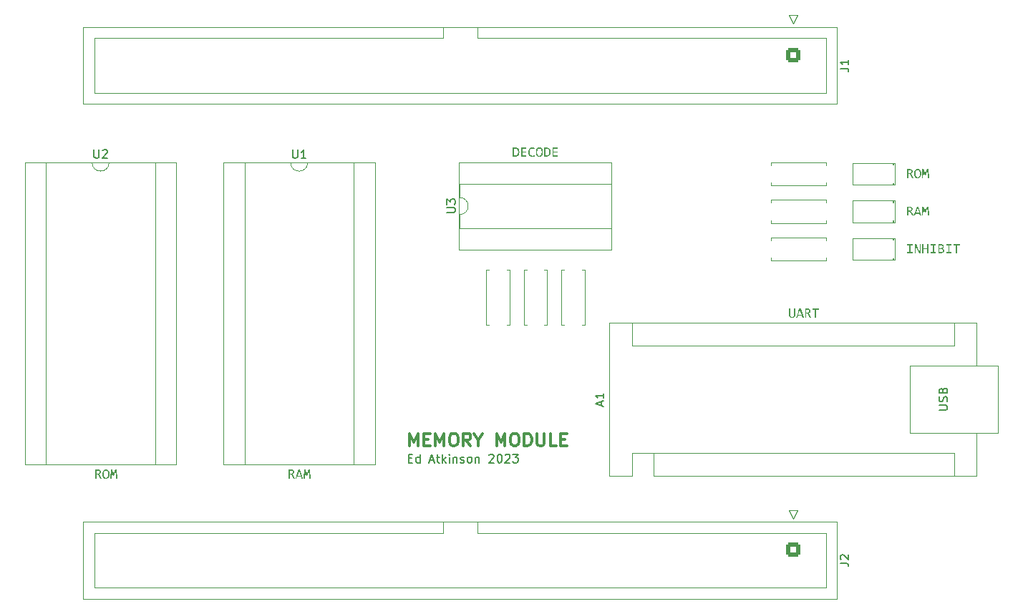
<source format=gbr>
%TF.GenerationSoftware,KiCad,Pcbnew,7.0.1*%
%TF.CreationDate,2023-09-10T23:04:21+01:00*%
%TF.ProjectId,Memory_board,4d656d6f-7279-45f6-926f-6172642e6b69,rev?*%
%TF.SameCoordinates,Original*%
%TF.FileFunction,Legend,Top*%
%TF.FilePolarity,Positive*%
%FSLAX46Y46*%
G04 Gerber Fmt 4.6, Leading zero omitted, Abs format (unit mm)*
G04 Created by KiCad (PCBNEW 7.0.1) date 2023-09-10 23:04:21*
%MOMM*%
%LPD*%
G01*
G04 APERTURE LIST*
G04 Aperture macros list*
%AMRoundRect*
0 Rectangle with rounded corners*
0 $1 Rounding radius*
0 $2 $3 $4 $5 $6 $7 $8 $9 X,Y pos of 4 corners*
0 Add a 4 corners polygon primitive as box body*
4,1,4,$2,$3,$4,$5,$6,$7,$8,$9,$2,$3,0*
0 Add four circle primitives for the rounded corners*
1,1,$1+$1,$2,$3*
1,1,$1+$1,$4,$5*
1,1,$1+$1,$6,$7*
1,1,$1+$1,$8,$9*
0 Add four rect primitives between the rounded corners*
20,1,$1+$1,$2,$3,$4,$5,0*
20,1,$1+$1,$4,$5,$6,$7,0*
20,1,$1+$1,$6,$7,$8,$9,0*
20,1,$1+$1,$8,$9,$2,$3,0*%
G04 Aperture macros list end*
%ADD10C,0.300000*%
%ADD11C,0.150000*%
%ADD12C,0.120000*%
%ADD13C,1.600000*%
%ADD14O,1.600000X1.600000*%
%ADD15C,3.500000*%
%ADD16R,1.800000X1.800000*%
%ADD17C,1.800000*%
%ADD18R,1.600000X1.600000*%
%ADD19RoundRect,0.250000X-0.600000X0.600000X-0.600000X-0.600000X0.600000X-0.600000X0.600000X0.600000X0*%
%ADD20C,1.700000*%
G04 APERTURE END LIST*
D10*
X219432142Y-93796428D02*
X219432142Y-92296428D01*
X219432142Y-92296428D02*
X219932142Y-93367857D01*
X219932142Y-93367857D02*
X220432142Y-92296428D01*
X220432142Y-92296428D02*
X220432142Y-93796428D01*
X221146428Y-93010714D02*
X221646428Y-93010714D01*
X221860714Y-93796428D02*
X221146428Y-93796428D01*
X221146428Y-93796428D02*
X221146428Y-92296428D01*
X221146428Y-92296428D02*
X221860714Y-92296428D01*
X222503571Y-93796428D02*
X222503571Y-92296428D01*
X222503571Y-92296428D02*
X223003571Y-93367857D01*
X223003571Y-93367857D02*
X223503571Y-92296428D01*
X223503571Y-92296428D02*
X223503571Y-93796428D01*
X224503572Y-92296428D02*
X224789286Y-92296428D01*
X224789286Y-92296428D02*
X224932143Y-92367857D01*
X224932143Y-92367857D02*
X225075000Y-92510714D01*
X225075000Y-92510714D02*
X225146429Y-92796428D01*
X225146429Y-92796428D02*
X225146429Y-93296428D01*
X225146429Y-93296428D02*
X225075000Y-93582142D01*
X225075000Y-93582142D02*
X224932143Y-93725000D01*
X224932143Y-93725000D02*
X224789286Y-93796428D01*
X224789286Y-93796428D02*
X224503572Y-93796428D01*
X224503572Y-93796428D02*
X224360715Y-93725000D01*
X224360715Y-93725000D02*
X224217857Y-93582142D01*
X224217857Y-93582142D02*
X224146429Y-93296428D01*
X224146429Y-93296428D02*
X224146429Y-92796428D01*
X224146429Y-92796428D02*
X224217857Y-92510714D01*
X224217857Y-92510714D02*
X224360715Y-92367857D01*
X224360715Y-92367857D02*
X224503572Y-92296428D01*
X226646429Y-93796428D02*
X226146429Y-93082142D01*
X225789286Y-93796428D02*
X225789286Y-92296428D01*
X225789286Y-92296428D02*
X226360715Y-92296428D01*
X226360715Y-92296428D02*
X226503572Y-92367857D01*
X226503572Y-92367857D02*
X226575001Y-92439285D01*
X226575001Y-92439285D02*
X226646429Y-92582142D01*
X226646429Y-92582142D02*
X226646429Y-92796428D01*
X226646429Y-92796428D02*
X226575001Y-92939285D01*
X226575001Y-92939285D02*
X226503572Y-93010714D01*
X226503572Y-93010714D02*
X226360715Y-93082142D01*
X226360715Y-93082142D02*
X225789286Y-93082142D01*
X227575001Y-93082142D02*
X227575001Y-93796428D01*
X227075001Y-92296428D02*
X227575001Y-93082142D01*
X227575001Y-93082142D02*
X228075001Y-92296428D01*
X229717857Y-93796428D02*
X229717857Y-92296428D01*
X229717857Y-92296428D02*
X230217857Y-93367857D01*
X230217857Y-93367857D02*
X230717857Y-92296428D01*
X230717857Y-92296428D02*
X230717857Y-93796428D01*
X231717858Y-92296428D02*
X232003572Y-92296428D01*
X232003572Y-92296428D02*
X232146429Y-92367857D01*
X232146429Y-92367857D02*
X232289286Y-92510714D01*
X232289286Y-92510714D02*
X232360715Y-92796428D01*
X232360715Y-92796428D02*
X232360715Y-93296428D01*
X232360715Y-93296428D02*
X232289286Y-93582142D01*
X232289286Y-93582142D02*
X232146429Y-93725000D01*
X232146429Y-93725000D02*
X232003572Y-93796428D01*
X232003572Y-93796428D02*
X231717858Y-93796428D01*
X231717858Y-93796428D02*
X231575001Y-93725000D01*
X231575001Y-93725000D02*
X231432143Y-93582142D01*
X231432143Y-93582142D02*
X231360715Y-93296428D01*
X231360715Y-93296428D02*
X231360715Y-92796428D01*
X231360715Y-92796428D02*
X231432143Y-92510714D01*
X231432143Y-92510714D02*
X231575001Y-92367857D01*
X231575001Y-92367857D02*
X231717858Y-92296428D01*
X233003572Y-93796428D02*
X233003572Y-92296428D01*
X233003572Y-92296428D02*
X233360715Y-92296428D01*
X233360715Y-92296428D02*
X233575001Y-92367857D01*
X233575001Y-92367857D02*
X233717858Y-92510714D01*
X233717858Y-92510714D02*
X233789287Y-92653571D01*
X233789287Y-92653571D02*
X233860715Y-92939285D01*
X233860715Y-92939285D02*
X233860715Y-93153571D01*
X233860715Y-93153571D02*
X233789287Y-93439285D01*
X233789287Y-93439285D02*
X233717858Y-93582142D01*
X233717858Y-93582142D02*
X233575001Y-93725000D01*
X233575001Y-93725000D02*
X233360715Y-93796428D01*
X233360715Y-93796428D02*
X233003572Y-93796428D01*
X234503572Y-92296428D02*
X234503572Y-93510714D01*
X234503572Y-93510714D02*
X234575001Y-93653571D01*
X234575001Y-93653571D02*
X234646430Y-93725000D01*
X234646430Y-93725000D02*
X234789287Y-93796428D01*
X234789287Y-93796428D02*
X235075001Y-93796428D01*
X235075001Y-93796428D02*
X235217858Y-93725000D01*
X235217858Y-93725000D02*
X235289287Y-93653571D01*
X235289287Y-93653571D02*
X235360715Y-93510714D01*
X235360715Y-93510714D02*
X235360715Y-92296428D01*
X236789287Y-93796428D02*
X236075001Y-93796428D01*
X236075001Y-93796428D02*
X236075001Y-92296428D01*
X237289287Y-93010714D02*
X237789287Y-93010714D01*
X238003573Y-93796428D02*
X237289287Y-93796428D01*
X237289287Y-93796428D02*
X237289287Y-92296428D01*
X237289287Y-92296428D02*
X238003573Y-92296428D01*
D11*
G36*
X278576146Y-61023980D02*
G01*
X278593036Y-61024513D01*
X278609462Y-61025402D01*
X278625425Y-61026646D01*
X278640924Y-61028246D01*
X278655959Y-61030201D01*
X278670530Y-61032511D01*
X278684638Y-61035178D01*
X278698283Y-61038199D01*
X278711463Y-61041576D01*
X278719993Y-61044025D01*
X278732473Y-61047959D01*
X278744526Y-61052176D01*
X278756152Y-61056676D01*
X278767350Y-61061460D01*
X278778120Y-61066527D01*
X278791815Y-61073723D01*
X278804750Y-61081424D01*
X278816925Y-61089628D01*
X278828339Y-61098336D01*
X278831074Y-61100592D01*
X278841557Y-61109911D01*
X278851316Y-61119698D01*
X278860351Y-61129951D01*
X278868663Y-61140672D01*
X278876251Y-61151860D01*
X278883116Y-61163515D01*
X278889257Y-61175637D01*
X278894675Y-61188226D01*
X278899415Y-61201218D01*
X278903523Y-61214550D01*
X278906999Y-61228220D01*
X278909842Y-61242228D01*
X278912054Y-61256576D01*
X278913634Y-61271263D01*
X278914582Y-61286288D01*
X278914898Y-61301653D01*
X278914665Y-61313885D01*
X278913964Y-61325961D01*
X278912796Y-61337882D01*
X278911161Y-61349646D01*
X278909059Y-61361256D01*
X278906490Y-61372709D01*
X278902622Y-61386807D01*
X278899951Y-61395149D01*
X278894929Y-61408694D01*
X278889206Y-61421853D01*
X278882782Y-61434626D01*
X278875656Y-61447012D01*
X278867829Y-61459012D01*
X278859301Y-61470626D01*
X278855694Y-61475163D01*
X278846276Y-61486108D01*
X278836156Y-61496595D01*
X278827556Y-61504655D01*
X278818507Y-61512422D01*
X278809009Y-61519896D01*
X278799062Y-61527077D01*
X278788666Y-61533964D01*
X278783300Y-61537298D01*
X278772259Y-61543613D01*
X278760824Y-61549516D01*
X278748995Y-61555007D01*
X278736772Y-61560086D01*
X278724155Y-61564753D01*
X278711145Y-61569007D01*
X278697740Y-61572849D01*
X278683942Y-61576279D01*
X278695084Y-61580607D01*
X278705796Y-61585677D01*
X278716077Y-61591488D01*
X278725928Y-61598041D01*
X278735348Y-61605337D01*
X278744337Y-61613374D01*
X278752897Y-61622153D01*
X278761025Y-61631674D01*
X278768962Y-61641904D01*
X278776944Y-61652959D01*
X278784972Y-61664839D01*
X278793046Y-61677542D01*
X278799131Y-61687611D01*
X278805242Y-61698144D01*
X278811379Y-61709140D01*
X278817542Y-61720599D01*
X278823730Y-61732523D01*
X278825799Y-61736600D01*
X278996378Y-62093000D01*
X278830781Y-62093000D01*
X278669874Y-61745979D01*
X278664174Y-61733859D01*
X278658431Y-61722412D01*
X278652645Y-61711637D01*
X278645645Y-61699595D01*
X278638583Y-61688522D01*
X278632651Y-61680034D01*
X278625504Y-61670633D01*
X278616878Y-61660629D01*
X278607945Y-61651663D01*
X278598702Y-61643735D01*
X278591912Y-61638708D01*
X278580792Y-61631509D01*
X278569124Y-61625445D01*
X278556905Y-61620518D01*
X278544138Y-61616726D01*
X278532545Y-61614099D01*
X278520335Y-61612118D01*
X278507509Y-61610781D01*
X278494065Y-61610090D01*
X278486106Y-61609985D01*
X278416936Y-61609985D01*
X278416936Y-62093000D01*
X278270097Y-62093000D01*
X278270097Y-61145728D01*
X278416936Y-61145728D01*
X278416936Y-61492748D01*
X278535638Y-61492748D01*
X278548447Y-61492570D01*
X278560935Y-61492034D01*
X278573103Y-61491141D01*
X278584951Y-61489891D01*
X278599309Y-61487826D01*
X278613166Y-61485202D01*
X278626523Y-61482021D01*
X278629134Y-61481318D01*
X278641840Y-61477382D01*
X278653944Y-61472903D01*
X278665447Y-61467880D01*
X278676349Y-61462313D01*
X278686651Y-61456202D01*
X278696351Y-61449547D01*
X278700062Y-61446733D01*
X278710579Y-61437700D01*
X278720148Y-61427966D01*
X278728769Y-61417531D01*
X278736442Y-61406396D01*
X278743167Y-61394560D01*
X278745198Y-61390459D01*
X278750677Y-61377579D01*
X278754376Y-61366311D01*
X278757288Y-61354556D01*
X278759414Y-61342314D01*
X278760752Y-61329586D01*
X278761303Y-61316371D01*
X278761318Y-61313669D01*
X278760844Y-61298219D01*
X278759422Y-61283520D01*
X278757053Y-61269573D01*
X278753735Y-61256379D01*
X278749469Y-61243937D01*
X278744255Y-61232247D01*
X278738093Y-61221310D01*
X278730983Y-61211124D01*
X278722926Y-61201691D01*
X278713920Y-61193010D01*
X278707390Y-61187640D01*
X278696889Y-61180150D01*
X278685610Y-61173397D01*
X278673554Y-61167380D01*
X278660719Y-61162100D01*
X278647107Y-61157557D01*
X278632717Y-61153750D01*
X278617548Y-61150681D01*
X278601602Y-61148348D01*
X278584878Y-61146751D01*
X278567375Y-61145892D01*
X278555275Y-61145728D01*
X278416936Y-61145728D01*
X278270097Y-61145728D01*
X278270097Y-61023802D01*
X278558792Y-61023802D01*
X278576146Y-61023980D01*
G37*
G36*
X279537980Y-61005193D02*
G01*
X279550636Y-61005640D01*
X279563085Y-61006384D01*
X279575325Y-61007426D01*
X279587356Y-61008765D01*
X279599180Y-61010402D01*
X279610795Y-61012337D01*
X279627826Y-61015798D01*
X279644389Y-61019928D01*
X279660483Y-61024728D01*
X279676108Y-61030197D01*
X279691265Y-61036337D01*
X279705952Y-61043146D01*
X279720176Y-61050521D01*
X279733941Y-61058468D01*
X279747248Y-61066987D01*
X279760096Y-61076078D01*
X279772486Y-61085740D01*
X279784417Y-61095975D01*
X279795890Y-61106781D01*
X279806904Y-61118159D01*
X279817459Y-61130109D01*
X279827556Y-61142631D01*
X279834033Y-61151297D01*
X279843418Y-61164759D01*
X279852340Y-61178767D01*
X279860798Y-61193322D01*
X279868792Y-61208422D01*
X279876322Y-61224069D01*
X279881085Y-61234803D01*
X279885642Y-61245780D01*
X279889992Y-61257000D01*
X279894137Y-61268463D01*
X279898075Y-61280168D01*
X279901808Y-61292116D01*
X279905334Y-61304307D01*
X279908654Y-61316741D01*
X279910237Y-61323048D01*
X279913289Y-61335824D01*
X279916144Y-61348799D01*
X279918803Y-61361973D01*
X279921264Y-61375347D01*
X279923529Y-61388919D01*
X279925597Y-61402691D01*
X279927467Y-61416662D01*
X279929141Y-61430833D01*
X279930618Y-61445202D01*
X279931898Y-61459771D01*
X279932981Y-61474539D01*
X279933867Y-61489506D01*
X279934556Y-61504672D01*
X279935049Y-61520038D01*
X279935344Y-61535603D01*
X279935443Y-61551367D01*
X279935309Y-61569347D01*
X279934907Y-61587018D01*
X279934237Y-61604381D01*
X279933299Y-61621434D01*
X279932094Y-61638178D01*
X279930620Y-61654613D01*
X279928879Y-61670738D01*
X279926870Y-61686555D01*
X279924593Y-61702062D01*
X279922047Y-61717261D01*
X279919234Y-61732150D01*
X279916154Y-61746730D01*
X279912805Y-61761001D01*
X279909188Y-61774963D01*
X279905303Y-61788616D01*
X279901151Y-61801960D01*
X279896806Y-61815006D01*
X279892271Y-61827766D01*
X279887546Y-61840239D01*
X279882631Y-61852426D01*
X279877526Y-61864328D01*
X279872231Y-61875942D01*
X279866746Y-61887271D01*
X279861071Y-61898314D01*
X279855205Y-61909070D01*
X279849150Y-61919540D01*
X279842905Y-61929724D01*
X279836469Y-61939621D01*
X279826460Y-61953931D01*
X279816023Y-61967596D01*
X279808827Y-61976349D01*
X279797771Y-61988899D01*
X279786364Y-62000831D01*
X279774608Y-62012145D01*
X279762500Y-62022841D01*
X279750043Y-62032918D01*
X279737235Y-62042377D01*
X279724077Y-62051218D01*
X279710568Y-62059441D01*
X279696709Y-62067045D01*
X279682500Y-62074031D01*
X279672833Y-62078345D01*
X279658190Y-62084316D01*
X279643387Y-62089700D01*
X279628425Y-62094496D01*
X279613303Y-62098706D01*
X279598021Y-62102327D01*
X279582580Y-62105362D01*
X279566979Y-62107809D01*
X279551218Y-62109669D01*
X279535298Y-62110942D01*
X279519217Y-62111627D01*
X279508408Y-62111757D01*
X279495543Y-62111611D01*
X279482887Y-62111171D01*
X279470438Y-62110438D01*
X279458198Y-62109413D01*
X279446167Y-62108094D01*
X279434343Y-62106482D01*
X279422728Y-62104577D01*
X279405697Y-62101169D01*
X279389134Y-62097103D01*
X279373040Y-62092377D01*
X279357415Y-62086991D01*
X279342259Y-62080946D01*
X279327571Y-62074242D01*
X279313350Y-62066916D01*
X279299592Y-62059009D01*
X279286298Y-62050519D01*
X279273468Y-62041447D01*
X279261102Y-62031793D01*
X279249199Y-62021557D01*
X279237760Y-62010739D01*
X279226784Y-61999338D01*
X279216272Y-61987356D01*
X279206224Y-61974791D01*
X279199783Y-61966091D01*
X279190503Y-61952521D01*
X279181676Y-61938411D01*
X279173302Y-61923760D01*
X279165382Y-61908567D01*
X279157915Y-61892834D01*
X279153189Y-61882044D01*
X279148664Y-61871015D01*
X279144341Y-61859744D01*
X279140219Y-61848234D01*
X279136299Y-61836482D01*
X279132581Y-61824491D01*
X279129063Y-61812259D01*
X279125748Y-61799786D01*
X279124166Y-61793460D01*
X279121184Y-61780610D01*
X279118395Y-61767558D01*
X279115799Y-61754305D01*
X279113394Y-61740850D01*
X279111183Y-61727194D01*
X279109163Y-61713336D01*
X279107336Y-61699277D01*
X279105701Y-61685016D01*
X279104258Y-61670554D01*
X279103008Y-61655890D01*
X279101950Y-61641025D01*
X279101085Y-61625958D01*
X279100411Y-61610690D01*
X279099931Y-61595220D01*
X279099642Y-61579549D01*
X279099546Y-61563676D01*
X279099609Y-61555177D01*
X279252247Y-61555177D01*
X279252304Y-61567092D01*
X279252476Y-61578876D01*
X279252948Y-61596308D01*
X279253678Y-61613446D01*
X279254665Y-61630290D01*
X279255910Y-61646841D01*
X279257413Y-61663098D01*
X279259173Y-61679062D01*
X279261191Y-61694731D01*
X279263466Y-61710108D01*
X279266000Y-61725190D01*
X279266901Y-61730152D01*
X279269851Y-61744742D01*
X279273094Y-61758945D01*
X279276631Y-61772762D01*
X279280461Y-61786192D01*
X279284585Y-61799236D01*
X279289003Y-61811894D01*
X279293715Y-61824165D01*
X279298720Y-61836050D01*
X279304019Y-61847548D01*
X279309611Y-61858660D01*
X279313503Y-61865854D01*
X279319603Y-61876238D01*
X279326032Y-61886180D01*
X279335118Y-61898746D01*
X279344790Y-61910525D01*
X279355048Y-61921516D01*
X279365893Y-61931719D01*
X279377323Y-61941135D01*
X279389340Y-61949763D01*
X279395568Y-61953781D01*
X279408487Y-61961131D01*
X279422038Y-61967501D01*
X279436221Y-61972892D01*
X279451036Y-61977302D01*
X279462562Y-61979966D01*
X279474443Y-61982079D01*
X279486680Y-61983641D01*
X279499272Y-61984652D01*
X279512220Y-61985111D01*
X279516615Y-61985142D01*
X279529469Y-61984848D01*
X279541983Y-61983967D01*
X279554158Y-61982499D01*
X279565992Y-61980443D01*
X279577486Y-61977800D01*
X279592282Y-61973363D01*
X279606474Y-61967881D01*
X279620062Y-61961355D01*
X279633045Y-61953785D01*
X279636196Y-61951729D01*
X279648520Y-61942932D01*
X279660285Y-61933393D01*
X279671491Y-61923112D01*
X279682138Y-61912089D01*
X279692227Y-61900324D01*
X279699427Y-61891013D01*
X279706313Y-61881286D01*
X279712884Y-61871140D01*
X279719141Y-61860578D01*
X279725092Y-61849637D01*
X279730743Y-61838356D01*
X279736096Y-61826735D01*
X279741150Y-61814773D01*
X279745906Y-61802472D01*
X279750362Y-61789831D01*
X279754520Y-61776849D01*
X279758379Y-61763528D01*
X279761939Y-61749867D01*
X279765200Y-61735865D01*
X279767208Y-61726342D01*
X279770037Y-61711796D01*
X279772587Y-61697065D01*
X279774859Y-61682148D01*
X279776853Y-61667046D01*
X279778568Y-61651758D01*
X279780006Y-61636285D01*
X279781165Y-61620627D01*
X279782046Y-61604782D01*
X279782649Y-61588753D01*
X279782973Y-61572538D01*
X279783035Y-61561625D01*
X279782978Y-61549818D01*
X279782677Y-61532343D01*
X279782119Y-61515151D01*
X279781303Y-61498243D01*
X279780230Y-61481619D01*
X279778899Y-61465278D01*
X279777311Y-61449220D01*
X279775465Y-61433445D01*
X279773361Y-61417954D01*
X279770999Y-61402746D01*
X279768381Y-61387822D01*
X279765531Y-61373177D01*
X279762366Y-61358919D01*
X279758888Y-61345047D01*
X279755095Y-61331562D01*
X279750988Y-61318463D01*
X279746567Y-61305750D01*
X279741831Y-61293424D01*
X279736782Y-61281484D01*
X279731418Y-61269931D01*
X279725739Y-61258764D01*
X279721779Y-61251534D01*
X279715624Y-61241045D01*
X279709139Y-61231008D01*
X279702325Y-61221426D01*
X279692726Y-61209354D01*
X279682541Y-61198088D01*
X279671770Y-61187629D01*
X279660413Y-61177975D01*
X279648469Y-61169127D01*
X279639127Y-61163020D01*
X279626121Y-61155670D01*
X279612456Y-61149300D01*
X279598131Y-61143910D01*
X279583147Y-61139500D01*
X279571476Y-61136835D01*
X279559434Y-61134722D01*
X279547021Y-61133160D01*
X279534237Y-61132150D01*
X279521082Y-61131690D01*
X279516615Y-61131660D01*
X279503816Y-61131956D01*
X279491356Y-61132845D01*
X279479237Y-61134326D01*
X279467458Y-61136399D01*
X279456019Y-61139066D01*
X279441296Y-61143542D01*
X279427177Y-61149072D01*
X279413663Y-61155655D01*
X279400753Y-61163291D01*
X279397620Y-61165365D01*
X279385438Y-61174094D01*
X279373806Y-61183573D01*
X279362724Y-61193804D01*
X279352191Y-61204786D01*
X279342207Y-61216519D01*
X279332773Y-61229003D01*
X279326059Y-61238858D01*
X279319653Y-61249137D01*
X279315554Y-61256224D01*
X279309706Y-61267170D01*
X279304141Y-61278466D01*
X279298859Y-61290113D01*
X279293861Y-61302111D01*
X279289146Y-61314458D01*
X279284714Y-61327156D01*
X279280566Y-61340205D01*
X279276701Y-61353603D01*
X279273120Y-61367352D01*
X279269822Y-61381451D01*
X279267780Y-61391046D01*
X279265004Y-61405586D01*
X279262501Y-61420302D01*
X279260271Y-61435193D01*
X279258314Y-61450259D01*
X279256631Y-61465501D01*
X279255220Y-61480917D01*
X279254082Y-61496509D01*
X279253217Y-61512275D01*
X279252626Y-61528217D01*
X279252307Y-61544335D01*
X279252247Y-61555177D01*
X279099609Y-61555177D01*
X279099678Y-61545909D01*
X279100073Y-61528437D01*
X279100731Y-61511260D01*
X279101653Y-61494379D01*
X279102837Y-61477793D01*
X279104286Y-61461502D01*
X279105997Y-61445507D01*
X279107972Y-61429807D01*
X279110211Y-61414402D01*
X279112712Y-61399293D01*
X279115477Y-61384480D01*
X279118505Y-61369961D01*
X279121797Y-61355738D01*
X279125352Y-61341811D01*
X279129170Y-61328179D01*
X279133251Y-61314842D01*
X279137595Y-61301797D01*
X279142127Y-61289041D01*
X279146846Y-61276573D01*
X279151753Y-61264393D01*
X279156848Y-61252503D01*
X279162130Y-61240900D01*
X279167600Y-61229587D01*
X279173258Y-61218561D01*
X279179104Y-61207824D01*
X279185138Y-61197376D01*
X279191359Y-61187217D01*
X279197768Y-61177345D01*
X279207734Y-61163079D01*
X279218122Y-61149463D01*
X279225282Y-61140745D01*
X279236386Y-61128143D01*
X279247824Y-61116164D01*
X279259597Y-61104808D01*
X279271705Y-61094075D01*
X279284148Y-61083966D01*
X279296926Y-61074480D01*
X279310038Y-61065618D01*
X279323486Y-61057379D01*
X279337269Y-61049764D01*
X279351386Y-61042772D01*
X279360983Y-61038457D01*
X279375574Y-61032485D01*
X279390329Y-61027102D01*
X279405249Y-61022305D01*
X279420334Y-61018096D01*
X279435584Y-61014474D01*
X279450999Y-61011440D01*
X279466579Y-61008992D01*
X279482323Y-61007132D01*
X279498233Y-61005860D01*
X279514307Y-61005175D01*
X279525115Y-61005044D01*
X279537980Y-61005193D01*
G37*
G36*
X280863077Y-62093000D02*
G01*
X280719755Y-62093000D01*
X280698360Y-61421820D01*
X280689274Y-61168589D01*
X280638862Y-61316014D01*
X280479713Y-61736600D01*
X280378304Y-61736600D01*
X280226775Y-61332134D01*
X280176364Y-61168589D01*
X280173140Y-61433251D01*
X280154089Y-62093000D01*
X280015750Y-62093000D01*
X280068506Y-61023802D01*
X280242309Y-61023802D01*
X280387390Y-61421820D01*
X280434577Y-61556056D01*
X280479713Y-61421820D01*
X280632414Y-61023802D01*
X280811200Y-61023802D01*
X280863077Y-62093000D01*
G37*
G36*
X231930228Y-58483928D02*
G01*
X231945624Y-58484306D01*
X231960769Y-58484935D01*
X231975663Y-58485817D01*
X231990307Y-58486950D01*
X232004700Y-58488336D01*
X232018842Y-58489973D01*
X232032734Y-58491862D01*
X232046374Y-58494003D01*
X232059764Y-58496396D01*
X232072904Y-58499040D01*
X232085792Y-58501937D01*
X232098430Y-58505085D01*
X232110817Y-58508486D01*
X232122954Y-58512138D01*
X232134839Y-58516042D01*
X232146474Y-58520198D01*
X232157858Y-58524606D01*
X232168992Y-58529266D01*
X232179875Y-58534177D01*
X232190507Y-58539341D01*
X232211018Y-58550423D01*
X232230527Y-58562513D01*
X232249033Y-58575611D01*
X232266536Y-58589716D01*
X232283037Y-58604828D01*
X232290911Y-58612762D01*
X232305959Y-58629379D01*
X232320036Y-58647063D01*
X232333143Y-58665814D01*
X232345279Y-58685632D01*
X232350983Y-58695941D01*
X232356444Y-58706517D01*
X232361662Y-58717360D01*
X232366638Y-58728469D01*
X232371371Y-58739845D01*
X232375861Y-58751488D01*
X232380109Y-58763398D01*
X232384114Y-58775575D01*
X232387876Y-58788018D01*
X232391395Y-58800728D01*
X232394672Y-58813704D01*
X232397706Y-58826948D01*
X232400497Y-58840458D01*
X232403045Y-58854235D01*
X232405351Y-58868279D01*
X232407414Y-58882590D01*
X232409235Y-58897167D01*
X232410812Y-58912011D01*
X232412147Y-58927122D01*
X232413240Y-58942499D01*
X232414089Y-58958144D01*
X232414696Y-58974055D01*
X232415060Y-58990232D01*
X232415181Y-59006677D01*
X232415076Y-59021019D01*
X232414759Y-59035247D01*
X232414231Y-59049361D01*
X232413491Y-59063363D01*
X232412541Y-59077251D01*
X232411379Y-59091026D01*
X232410006Y-59104687D01*
X232408422Y-59118235D01*
X232406626Y-59131670D01*
X232404620Y-59144991D01*
X232403165Y-59153809D01*
X232400785Y-59166913D01*
X232398153Y-59179847D01*
X232395269Y-59192611D01*
X232392132Y-59205205D01*
X232388743Y-59217629D01*
X232385102Y-59229883D01*
X232381208Y-59241967D01*
X232377061Y-59253881D01*
X232372662Y-59265625D01*
X232368011Y-59277199D01*
X232364770Y-59284821D01*
X232359685Y-59296046D01*
X232354321Y-59307081D01*
X232348680Y-59317925D01*
X232342760Y-59328578D01*
X232336562Y-59339041D01*
X232330086Y-59349314D01*
X232323332Y-59359395D01*
X232316300Y-59369286D01*
X232308989Y-59378986D01*
X232301400Y-59388496D01*
X232296186Y-59394730D01*
X232288160Y-59403891D01*
X232279799Y-59412800D01*
X232271104Y-59421456D01*
X232262073Y-59429860D01*
X232252708Y-59438011D01*
X232243007Y-59445910D01*
X232232972Y-59453557D01*
X232222602Y-59460950D01*
X232211897Y-59468092D01*
X232200857Y-59474981D01*
X232193311Y-59479434D01*
X232181705Y-59485889D01*
X232169749Y-59492066D01*
X232157443Y-59497965D01*
X232144786Y-59503586D01*
X232131779Y-59508929D01*
X232118422Y-59513993D01*
X232104714Y-59518779D01*
X232090656Y-59523287D01*
X232076247Y-59527517D01*
X232061489Y-59531469D01*
X232051455Y-59533949D01*
X232036144Y-59537353D01*
X232020436Y-59540423D01*
X232004332Y-59543158D01*
X231987831Y-59545558D01*
X231970933Y-59547623D01*
X231953639Y-59549353D01*
X231941889Y-59550320D01*
X231929963Y-59551139D01*
X231917860Y-59551809D01*
X231905581Y-59552330D01*
X231893126Y-59552702D01*
X231880494Y-59552925D01*
X231867687Y-59553000D01*
X231637024Y-59553000D01*
X231637024Y-58605728D01*
X231783569Y-58605728D01*
X231783569Y-59426384D01*
X231893185Y-59426384D01*
X231915816Y-59425984D01*
X231937727Y-59424782D01*
X231958921Y-59422780D01*
X231979396Y-59419977D01*
X231999152Y-59416373D01*
X232018190Y-59411969D01*
X232036510Y-59406763D01*
X232054111Y-59400757D01*
X232070994Y-59393950D01*
X232087158Y-59386342D01*
X232102604Y-59377933D01*
X232117332Y-59368723D01*
X232131341Y-59358712D01*
X232144632Y-59347901D01*
X232157204Y-59336288D01*
X232169058Y-59323875D01*
X232180193Y-59310661D01*
X232190610Y-59296646D01*
X232200309Y-59281831D01*
X232209289Y-59266214D01*
X232217551Y-59249797D01*
X232225094Y-59232578D01*
X232231919Y-59214559D01*
X232238026Y-59195739D01*
X232243414Y-59176119D01*
X232248084Y-59155697D01*
X232252035Y-59134474D01*
X232255268Y-59112451D01*
X232257782Y-59089627D01*
X232259578Y-59066002D01*
X232260656Y-59041576D01*
X232261015Y-59016349D01*
X232260930Y-59002272D01*
X232260676Y-58988469D01*
X232260253Y-58974941D01*
X232259660Y-58961688D01*
X232258897Y-58948709D01*
X232257965Y-58936005D01*
X232256864Y-58923577D01*
X232255593Y-58911422D01*
X232254153Y-58899543D01*
X232251675Y-58882239D01*
X232248815Y-58865554D01*
X232245575Y-58849486D01*
X232241953Y-58834037D01*
X232239326Y-58824081D01*
X232235119Y-58809621D01*
X232230520Y-58795697D01*
X232225529Y-58782309D01*
X232220147Y-58769456D01*
X232214374Y-58757140D01*
X232208208Y-58745359D01*
X232201652Y-58734114D01*
X232194703Y-58723404D01*
X232187363Y-58713231D01*
X232179632Y-58703593D01*
X232174260Y-58697466D01*
X232165876Y-58688633D01*
X232157101Y-58680268D01*
X232147933Y-58672373D01*
X232138375Y-58664946D01*
X232128425Y-58657988D01*
X232118083Y-58651500D01*
X232107349Y-58645479D01*
X232096225Y-58639928D01*
X232084708Y-58634846D01*
X232072800Y-58630232D01*
X232064644Y-58627417D01*
X232052078Y-58623541D01*
X232039111Y-58620046D01*
X232025741Y-58616932D01*
X232011970Y-58614200D01*
X231997797Y-58611849D01*
X231983222Y-58609879D01*
X231968245Y-58608291D01*
X231952866Y-58607084D01*
X231937086Y-58606258D01*
X231920903Y-58605813D01*
X231909892Y-58605728D01*
X231783569Y-58605728D01*
X231637024Y-58605728D01*
X231637024Y-58483802D01*
X231914581Y-58483802D01*
X231930228Y-58483928D01*
G37*
G36*
X233247854Y-59553000D02*
G01*
X232635293Y-59553000D01*
X232635293Y-58483802D01*
X233247854Y-58483802D01*
X233247854Y-58605728D01*
X232782132Y-58605728D01*
X232782132Y-58943369D01*
X233229682Y-58943369D01*
X233229682Y-59065295D01*
X232782132Y-59065295D01*
X232782132Y-59426384D01*
X233247854Y-59426384D01*
X233247854Y-59553000D01*
G37*
G36*
X234212418Y-59524863D02*
G01*
X234196212Y-59530541D01*
X234179908Y-59535854D01*
X234163505Y-59540800D01*
X234147004Y-59545379D01*
X234130404Y-59549592D01*
X234113706Y-59553439D01*
X234096909Y-59556920D01*
X234080014Y-59560034D01*
X234063020Y-59562781D01*
X234045928Y-59565163D01*
X234028738Y-59567178D01*
X234011449Y-59568826D01*
X233994061Y-59570109D01*
X233976575Y-59571025D01*
X233958991Y-59571574D01*
X233941308Y-59571757D01*
X233927142Y-59571624D01*
X233913182Y-59571224D01*
X233899429Y-59570557D01*
X233885882Y-59569623D01*
X233872542Y-59568423D01*
X233859409Y-59566956D01*
X233846482Y-59565222D01*
X233833762Y-59563221D01*
X233821249Y-59560954D01*
X233808942Y-59558419D01*
X233796842Y-59555618D01*
X233784949Y-59552551D01*
X233773262Y-59549216D01*
X233761782Y-59545615D01*
X233750508Y-59541747D01*
X233739442Y-59537612D01*
X233717928Y-59528542D01*
X233697241Y-59518406D01*
X233677381Y-59507202D01*
X233658347Y-59494931D01*
X233640140Y-59481593D01*
X233622759Y-59467188D01*
X233606205Y-59451716D01*
X233590478Y-59435177D01*
X233575678Y-59417556D01*
X233561833Y-59398911D01*
X233548942Y-59379243D01*
X233542855Y-59369025D01*
X233537007Y-59358552D01*
X233531397Y-59347822D01*
X233526026Y-59336837D01*
X233520894Y-59325595D01*
X233516001Y-59314098D01*
X233511346Y-59302345D01*
X233506930Y-59290336D01*
X233502752Y-59278071D01*
X233498814Y-59265550D01*
X233495114Y-59252773D01*
X233491652Y-59239741D01*
X233488430Y-59226452D01*
X233485446Y-59212908D01*
X233482701Y-59199108D01*
X233480194Y-59185052D01*
X233477926Y-59170740D01*
X233475897Y-59156172D01*
X233474107Y-59141348D01*
X233472556Y-59126269D01*
X233471243Y-59110933D01*
X233470168Y-59095342D01*
X233469333Y-59079495D01*
X233468736Y-59063391D01*
X233468378Y-59047032D01*
X233468259Y-59030418D01*
X233468390Y-59014285D01*
X233468785Y-58998347D01*
X233469444Y-58982604D01*
X233470365Y-58967055D01*
X233471550Y-58951701D01*
X233472999Y-58936541D01*
X233474710Y-58921576D01*
X233476685Y-58906806D01*
X233478923Y-58892231D01*
X233481425Y-58877850D01*
X233484190Y-58863663D01*
X233487218Y-58849672D01*
X233490510Y-58835875D01*
X233494065Y-58822272D01*
X233497883Y-58808864D01*
X233501964Y-58795651D01*
X233506291Y-58782660D01*
X233510844Y-58769919D01*
X233515624Y-58757427D01*
X233520631Y-58745185D01*
X233525864Y-58733192D01*
X233531324Y-58721449D01*
X233537010Y-58709955D01*
X233542924Y-58698711D01*
X233549064Y-58687717D01*
X233555431Y-58676972D01*
X233562024Y-58666477D01*
X233568844Y-58656231D01*
X233575891Y-58646235D01*
X233583164Y-58636489D01*
X233590664Y-58626992D01*
X233598391Y-58617745D01*
X233606333Y-58608717D01*
X233614479Y-58599953D01*
X233622829Y-58591452D01*
X233631382Y-58583215D01*
X233640140Y-58575241D01*
X233649101Y-58567530D01*
X233658266Y-58560082D01*
X233667634Y-58552898D01*
X233677207Y-58545977D01*
X233686983Y-58539320D01*
X233696963Y-58532926D01*
X233707147Y-58526795D01*
X233717534Y-58520927D01*
X233728125Y-58515323D01*
X233738921Y-58509982D01*
X233749920Y-58504905D01*
X233761141Y-58500078D01*
X233772529Y-58495562D01*
X233784084Y-58491358D01*
X233795807Y-58487466D01*
X233807696Y-58483884D01*
X233819753Y-58480615D01*
X233831977Y-58477656D01*
X233844368Y-58475009D01*
X233856927Y-58472674D01*
X233869652Y-58470650D01*
X233882545Y-58468937D01*
X233895604Y-58467535D01*
X233908831Y-58466446D01*
X233922225Y-58465667D01*
X233935786Y-58465200D01*
X233949515Y-58465044D01*
X233963488Y-58465176D01*
X233977270Y-58465570D01*
X233990862Y-58466227D01*
X234004263Y-58467146D01*
X234017474Y-58468329D01*
X234030494Y-58469774D01*
X234043323Y-58471482D01*
X234055962Y-58473452D01*
X234068410Y-58475686D01*
X234080668Y-58478182D01*
X234088733Y-58479992D01*
X234100777Y-58482936D01*
X234112728Y-58486164D01*
X234124586Y-58489675D01*
X234136351Y-58493469D01*
X234148024Y-58497547D01*
X234159604Y-58501908D01*
X234171091Y-58506553D01*
X234182486Y-58511481D01*
X234193788Y-58516692D01*
X234204997Y-58522187D01*
X234212418Y-58526007D01*
X234212418Y-58671381D01*
X234201443Y-58664666D01*
X234190391Y-58658260D01*
X234179262Y-58652164D01*
X234168056Y-58646376D01*
X234156772Y-58640898D01*
X234145411Y-58635729D01*
X234133973Y-58630869D01*
X234122457Y-58626318D01*
X234110864Y-58622076D01*
X234099194Y-58618143D01*
X234091371Y-58615693D01*
X234079510Y-58612236D01*
X234067449Y-58609119D01*
X234055186Y-58606342D01*
X234042722Y-58603905D01*
X234030058Y-58601809D01*
X234017193Y-58600052D01*
X234004126Y-58598635D01*
X233990859Y-58597558D01*
X233977391Y-58596821D01*
X233963722Y-58596425D01*
X233954497Y-58596349D01*
X233940390Y-58596599D01*
X233926536Y-58597349D01*
X233912934Y-58598598D01*
X233899584Y-58600347D01*
X233886487Y-58602596D01*
X233873642Y-58605345D01*
X233861050Y-58608593D01*
X233848710Y-58612341D01*
X233836622Y-58616589D01*
X233824787Y-58621336D01*
X233817038Y-58624779D01*
X233805714Y-58630336D01*
X233794716Y-58636347D01*
X233784042Y-58642811D01*
X233773692Y-58649728D01*
X233763667Y-58657099D01*
X233753967Y-58664923D01*
X233744591Y-58673201D01*
X233735540Y-58681932D01*
X233726813Y-58691116D01*
X233718411Y-58700754D01*
X233712990Y-58707431D01*
X233705139Y-58717806D01*
X233697634Y-58728599D01*
X233690473Y-58739808D01*
X233683658Y-58751436D01*
X233677188Y-58763480D01*
X233671063Y-58775942D01*
X233665283Y-58788821D01*
X233659849Y-58802118D01*
X233654760Y-58815831D01*
X233650015Y-58829962D01*
X233647045Y-58839615D01*
X233642907Y-58854426D01*
X233639176Y-58869624D01*
X233635852Y-58885208D01*
X233632935Y-58901178D01*
X233630425Y-58917535D01*
X233628322Y-58934278D01*
X233626626Y-58951407D01*
X233625337Y-58968923D01*
X233624704Y-58980815D01*
X233624252Y-58992879D01*
X233623981Y-59005114D01*
X233623890Y-59017521D01*
X233623973Y-59030537D01*
X233624222Y-59043350D01*
X233624637Y-59055962D01*
X233625218Y-59068373D01*
X233625965Y-59080582D01*
X233626878Y-59092590D01*
X233627957Y-59104396D01*
X233630614Y-59127403D01*
X233633934Y-59149605D01*
X233637918Y-59171001D01*
X233642566Y-59191590D01*
X233647879Y-59211374D01*
X233653855Y-59230352D01*
X233660495Y-59248523D01*
X233667800Y-59265889D01*
X233675768Y-59282449D01*
X233684400Y-59298202D01*
X233693697Y-59313150D01*
X233703658Y-59327292D01*
X233708887Y-59334060D01*
X233719819Y-59346944D01*
X233731368Y-59358996D01*
X233743532Y-59370217D01*
X233756313Y-59380607D01*
X233769709Y-59390165D01*
X233783721Y-59398893D01*
X233798350Y-59406789D01*
X233813594Y-59413854D01*
X233829454Y-59420088D01*
X233845930Y-59425491D01*
X233863022Y-59430063D01*
X233880730Y-59433803D01*
X233899054Y-59436712D01*
X233917994Y-59438790D01*
X233937550Y-59440037D01*
X233957721Y-59440452D01*
X233970692Y-59440324D01*
X233983554Y-59439937D01*
X233996307Y-59439293D01*
X234008953Y-59438392D01*
X234021490Y-59437232D01*
X234033919Y-59435816D01*
X234046240Y-59434141D01*
X234058453Y-59432209D01*
X234070558Y-59430020D01*
X234082554Y-59427572D01*
X234090492Y-59425798D01*
X234102371Y-59422892D01*
X234114157Y-59419780D01*
X234125850Y-59416462D01*
X234137451Y-59412938D01*
X234148958Y-59409208D01*
X234160374Y-59405272D01*
X234171696Y-59401130D01*
X234182926Y-59396782D01*
X234194062Y-59392227D01*
X234205107Y-59387467D01*
X234212418Y-59384179D01*
X234212418Y-59524863D01*
G37*
G36*
X234800328Y-58465193D02*
G01*
X234812985Y-58465640D01*
X234825433Y-58466384D01*
X234837673Y-58467426D01*
X234849705Y-58468765D01*
X234861528Y-58470402D01*
X234873143Y-58472337D01*
X234890175Y-58475798D01*
X234906738Y-58479928D01*
X234922832Y-58484728D01*
X234938457Y-58490197D01*
X234953613Y-58496337D01*
X234968301Y-58503146D01*
X234982524Y-58510521D01*
X234996290Y-58518468D01*
X235009596Y-58526987D01*
X235022445Y-58536078D01*
X235034834Y-58545740D01*
X235046766Y-58555975D01*
X235058238Y-58566781D01*
X235069252Y-58578159D01*
X235079808Y-58590109D01*
X235089905Y-58602631D01*
X235096382Y-58611297D01*
X235105767Y-58624759D01*
X235114688Y-58638767D01*
X235123146Y-58653322D01*
X235131140Y-58668422D01*
X235138671Y-58684069D01*
X235143434Y-58694803D01*
X235147990Y-58705780D01*
X235152341Y-58717000D01*
X235156485Y-58728463D01*
X235160424Y-58740168D01*
X235164156Y-58752116D01*
X235167682Y-58764307D01*
X235171003Y-58776741D01*
X235172585Y-58783048D01*
X235175638Y-58795824D01*
X235178493Y-58808799D01*
X235181151Y-58821973D01*
X235183613Y-58835347D01*
X235185877Y-58848919D01*
X235187945Y-58862691D01*
X235189816Y-58876662D01*
X235191490Y-58890833D01*
X235192967Y-58905202D01*
X235194247Y-58919771D01*
X235195330Y-58934539D01*
X235196216Y-58949506D01*
X235196905Y-58964672D01*
X235197397Y-58980038D01*
X235197693Y-58995603D01*
X235197791Y-59011367D01*
X235197657Y-59029347D01*
X235197255Y-59047018D01*
X235196586Y-59064381D01*
X235195648Y-59081434D01*
X235194442Y-59098178D01*
X235192969Y-59114613D01*
X235191228Y-59130738D01*
X235189218Y-59146555D01*
X235186941Y-59162062D01*
X235184396Y-59177261D01*
X235181583Y-59192150D01*
X235178502Y-59206730D01*
X235175153Y-59221001D01*
X235171537Y-59234963D01*
X235167652Y-59248616D01*
X235163499Y-59261960D01*
X235159155Y-59275006D01*
X235154620Y-59287766D01*
X235149895Y-59300239D01*
X235144980Y-59312426D01*
X235139875Y-59324328D01*
X235134580Y-59335942D01*
X235129094Y-59347271D01*
X235123419Y-59358314D01*
X235117554Y-59369070D01*
X235111499Y-59379540D01*
X235105253Y-59389724D01*
X235098818Y-59399621D01*
X235088808Y-59413931D01*
X235078371Y-59427596D01*
X235071176Y-59436349D01*
X235060120Y-59448899D01*
X235048713Y-59460831D01*
X235036956Y-59472145D01*
X235024849Y-59482841D01*
X235012391Y-59492918D01*
X234999584Y-59502377D01*
X234986425Y-59511218D01*
X234972917Y-59519441D01*
X234959058Y-59527045D01*
X234944849Y-59534031D01*
X234935181Y-59538345D01*
X234920538Y-59544316D01*
X234905736Y-59549700D01*
X234890774Y-59554496D01*
X234875652Y-59558706D01*
X234860370Y-59562327D01*
X234844929Y-59565362D01*
X234829327Y-59567809D01*
X234813567Y-59569669D01*
X234797646Y-59570942D01*
X234781566Y-59571627D01*
X234770757Y-59571757D01*
X234757892Y-59571611D01*
X234745235Y-59571171D01*
X234732787Y-59570438D01*
X234720547Y-59569413D01*
X234708515Y-59568094D01*
X234696692Y-59566482D01*
X234685077Y-59564577D01*
X234668045Y-59561169D01*
X234651483Y-59557103D01*
X234635389Y-59552377D01*
X234619763Y-59546991D01*
X234604607Y-59540946D01*
X234589920Y-59534242D01*
X234575698Y-59526916D01*
X234561941Y-59519009D01*
X234548647Y-59510519D01*
X234535817Y-59501447D01*
X234523450Y-59491793D01*
X234511547Y-59481557D01*
X234500108Y-59470739D01*
X234489133Y-59459338D01*
X234478621Y-59447356D01*
X234468573Y-59434791D01*
X234462132Y-59426091D01*
X234452851Y-59412521D01*
X234444024Y-59398411D01*
X234435650Y-59383760D01*
X234427730Y-59368567D01*
X234420263Y-59352834D01*
X234415537Y-59342044D01*
X234411012Y-59331015D01*
X234406689Y-59319744D01*
X234402568Y-59308234D01*
X234398648Y-59296482D01*
X234394929Y-59284491D01*
X234391412Y-59272259D01*
X234388096Y-59259786D01*
X234386514Y-59253460D01*
X234383533Y-59240610D01*
X234380744Y-59227558D01*
X234378147Y-59214305D01*
X234375743Y-59200850D01*
X234373531Y-59187194D01*
X234371512Y-59173336D01*
X234369684Y-59159277D01*
X234368049Y-59145016D01*
X234366607Y-59130554D01*
X234365357Y-59115890D01*
X234364299Y-59101025D01*
X234363433Y-59085958D01*
X234362760Y-59070690D01*
X234362279Y-59055220D01*
X234361991Y-59039549D01*
X234361894Y-59023676D01*
X234361957Y-59015177D01*
X234514595Y-59015177D01*
X234514652Y-59027092D01*
X234514824Y-59038876D01*
X234515296Y-59056308D01*
X234516026Y-59073446D01*
X234517014Y-59090290D01*
X234518259Y-59106841D01*
X234519761Y-59123098D01*
X234521522Y-59139062D01*
X234523540Y-59154731D01*
X234525815Y-59170108D01*
X234528348Y-59185190D01*
X234529250Y-59190152D01*
X234532199Y-59204742D01*
X234535442Y-59218945D01*
X234538979Y-59232762D01*
X234542810Y-59246192D01*
X234546934Y-59259236D01*
X234551352Y-59271894D01*
X234556063Y-59284165D01*
X234561068Y-59296050D01*
X234566367Y-59307548D01*
X234571960Y-59318660D01*
X234575851Y-59325854D01*
X234581951Y-59336238D01*
X234588381Y-59346180D01*
X234597467Y-59358746D01*
X234607139Y-59370525D01*
X234617397Y-59381516D01*
X234628241Y-59391719D01*
X234639672Y-59401135D01*
X234651689Y-59409763D01*
X234657917Y-59413781D01*
X234670836Y-59421131D01*
X234684387Y-59427501D01*
X234698569Y-59432892D01*
X234713384Y-59437302D01*
X234724910Y-59439966D01*
X234736792Y-59442079D01*
X234749028Y-59443641D01*
X234761621Y-59444652D01*
X234774569Y-59445111D01*
X234778964Y-59445142D01*
X234791818Y-59444848D01*
X234804332Y-59443967D01*
X234816506Y-59442499D01*
X234828340Y-59440443D01*
X234839834Y-59437800D01*
X234854631Y-59433363D01*
X234868823Y-59427881D01*
X234882411Y-59421355D01*
X234895394Y-59413785D01*
X234898545Y-59411729D01*
X234910868Y-59402932D01*
X234922633Y-59393393D01*
X234933839Y-59383112D01*
X234944487Y-59372089D01*
X234954576Y-59360324D01*
X234961776Y-59351013D01*
X234968661Y-59341286D01*
X234975233Y-59331140D01*
X234981490Y-59320578D01*
X234987440Y-59309637D01*
X234993092Y-59298356D01*
X234998445Y-59286735D01*
X235003499Y-59274773D01*
X235008254Y-59262472D01*
X235012711Y-59249831D01*
X235016868Y-59236849D01*
X235020727Y-59223528D01*
X235024287Y-59209867D01*
X235027549Y-59195865D01*
X235029557Y-59186342D01*
X235032385Y-59171796D01*
X235034935Y-59157065D01*
X235037207Y-59142148D01*
X235039201Y-59127046D01*
X235040917Y-59111758D01*
X235042354Y-59096285D01*
X235043513Y-59080627D01*
X235044394Y-59064782D01*
X235044997Y-59048753D01*
X235045322Y-59032538D01*
X235045384Y-59021625D01*
X235045326Y-59009818D01*
X235045026Y-58992343D01*
X235044468Y-58975151D01*
X235043652Y-58958243D01*
X235042579Y-58941619D01*
X235041248Y-58925278D01*
X235039659Y-58909220D01*
X235037813Y-58893445D01*
X235035709Y-58877954D01*
X235033348Y-58862746D01*
X235030729Y-58847822D01*
X235027879Y-58833177D01*
X235024715Y-58818919D01*
X235021237Y-58805047D01*
X235017444Y-58791562D01*
X235013337Y-58778463D01*
X235008916Y-58765750D01*
X235004180Y-58753424D01*
X234999130Y-58741484D01*
X234993766Y-58729931D01*
X234988088Y-58718764D01*
X234984128Y-58711534D01*
X234977973Y-58701045D01*
X234971488Y-58691008D01*
X234964674Y-58681426D01*
X234955075Y-58669354D01*
X234944890Y-58658088D01*
X234934119Y-58647629D01*
X234922762Y-58637975D01*
X234910818Y-58629127D01*
X234901476Y-58623020D01*
X234888470Y-58615670D01*
X234874804Y-58609300D01*
X234860480Y-58603910D01*
X234845495Y-58599500D01*
X234833824Y-58596835D01*
X234821782Y-58594722D01*
X234809369Y-58593160D01*
X234796586Y-58592150D01*
X234783431Y-58591690D01*
X234778964Y-58591660D01*
X234766164Y-58591956D01*
X234753705Y-58592845D01*
X234741586Y-58594326D01*
X234729807Y-58596399D01*
X234718367Y-58599066D01*
X234703644Y-58603542D01*
X234689525Y-58609072D01*
X234676011Y-58615655D01*
X234663101Y-58623291D01*
X234659968Y-58625365D01*
X234647787Y-58634094D01*
X234636155Y-58643573D01*
X234625072Y-58653804D01*
X234614539Y-58664786D01*
X234604556Y-58676519D01*
X234595122Y-58689003D01*
X234588407Y-58698858D01*
X234582002Y-58709137D01*
X234577903Y-58716224D01*
X234572054Y-58727170D01*
X234566489Y-58738466D01*
X234561208Y-58750113D01*
X234556209Y-58762111D01*
X234551495Y-58774458D01*
X234547063Y-58787156D01*
X234542915Y-58800205D01*
X234539050Y-58813603D01*
X234535468Y-58827352D01*
X234532170Y-58841451D01*
X234530129Y-58851046D01*
X234527353Y-58865586D01*
X234524850Y-58880302D01*
X234522620Y-58895193D01*
X234520663Y-58910259D01*
X234518979Y-58925501D01*
X234517568Y-58940917D01*
X234516431Y-58956509D01*
X234515566Y-58972275D01*
X234514974Y-58988217D01*
X234514656Y-59004335D01*
X234514595Y-59015177D01*
X234361957Y-59015177D01*
X234362026Y-59005909D01*
X234362421Y-58988437D01*
X234363079Y-58971260D01*
X234364001Y-58954379D01*
X234365186Y-58937793D01*
X234366634Y-58921502D01*
X234368346Y-58905507D01*
X234370321Y-58889807D01*
X234372559Y-58874402D01*
X234375061Y-58859293D01*
X234377826Y-58844480D01*
X234380854Y-58829961D01*
X234384145Y-58815738D01*
X234387700Y-58801811D01*
X234391518Y-58788179D01*
X234395600Y-58774842D01*
X234399944Y-58761797D01*
X234404475Y-58749041D01*
X234409194Y-58736573D01*
X234414101Y-58724393D01*
X234419196Y-58712503D01*
X234424479Y-58700900D01*
X234429949Y-58689587D01*
X234435607Y-58678561D01*
X234441453Y-58667824D01*
X234447486Y-58657376D01*
X234453708Y-58647217D01*
X234460117Y-58637345D01*
X234470082Y-58623079D01*
X234480471Y-58609463D01*
X234487631Y-58600745D01*
X234498734Y-58588143D01*
X234510172Y-58576164D01*
X234521946Y-58564808D01*
X234534054Y-58554075D01*
X234546497Y-58543966D01*
X234559274Y-58534480D01*
X234572387Y-58525618D01*
X234585835Y-58517379D01*
X234599617Y-58509764D01*
X234613734Y-58502772D01*
X234623332Y-58498457D01*
X234637922Y-58492485D01*
X234652678Y-58487102D01*
X234667598Y-58482305D01*
X234682683Y-58478096D01*
X234697933Y-58474474D01*
X234713348Y-58471440D01*
X234728927Y-58468992D01*
X234744672Y-58467132D01*
X234760581Y-58465860D01*
X234776655Y-58465175D01*
X234787463Y-58465044D01*
X234800328Y-58465193D01*
G37*
G36*
X235620835Y-58483928D02*
G01*
X235636231Y-58484306D01*
X235651376Y-58484935D01*
X235666270Y-58485817D01*
X235680914Y-58486950D01*
X235695307Y-58488336D01*
X235709449Y-58489973D01*
X235723341Y-58491862D01*
X235736982Y-58494003D01*
X235750372Y-58496396D01*
X235763511Y-58499040D01*
X235776399Y-58501937D01*
X235789037Y-58505085D01*
X235801424Y-58508486D01*
X235813561Y-58512138D01*
X235825446Y-58516042D01*
X235837081Y-58520198D01*
X235848466Y-58524606D01*
X235859599Y-58529266D01*
X235870482Y-58534177D01*
X235881114Y-58539341D01*
X235901626Y-58550423D01*
X235921135Y-58562513D01*
X235939640Y-58575611D01*
X235957144Y-58589716D01*
X235973644Y-58604828D01*
X235981518Y-58612762D01*
X235996566Y-58629379D01*
X236010644Y-58647063D01*
X236023750Y-58665814D01*
X236035886Y-58685632D01*
X236041590Y-58695941D01*
X236047051Y-58706517D01*
X236052269Y-58717360D01*
X236057245Y-58728469D01*
X236061978Y-58739845D01*
X236066468Y-58751488D01*
X236070716Y-58763398D01*
X236074721Y-58775575D01*
X236078483Y-58788018D01*
X236082002Y-58800728D01*
X236085279Y-58813704D01*
X236088313Y-58826948D01*
X236091104Y-58840458D01*
X236093653Y-58854235D01*
X236095958Y-58868279D01*
X236098021Y-58882590D01*
X236099842Y-58897167D01*
X236101420Y-58912011D01*
X236102754Y-58927122D01*
X236103847Y-58942499D01*
X236104696Y-58958144D01*
X236105303Y-58974055D01*
X236105667Y-58990232D01*
X236105788Y-59006677D01*
X236105683Y-59021019D01*
X236105366Y-59035247D01*
X236104838Y-59049361D01*
X236104099Y-59063363D01*
X236103148Y-59077251D01*
X236101986Y-59091026D01*
X236100613Y-59104687D01*
X236099029Y-59118235D01*
X236097234Y-59131670D01*
X236095227Y-59144991D01*
X236093772Y-59153809D01*
X236091392Y-59166913D01*
X236088760Y-59179847D01*
X236085876Y-59192611D01*
X236082740Y-59205205D01*
X236079350Y-59217629D01*
X236075709Y-59229883D01*
X236071815Y-59241967D01*
X236067668Y-59253881D01*
X236063269Y-59265625D01*
X236058618Y-59277199D01*
X236055377Y-59284821D01*
X236050292Y-59296046D01*
X236044928Y-59307081D01*
X236039287Y-59317925D01*
X236033367Y-59328578D01*
X236027169Y-59339041D01*
X236020693Y-59349314D01*
X236013939Y-59359395D01*
X236006907Y-59369286D01*
X235999596Y-59378986D01*
X235992007Y-59388496D01*
X235986793Y-59394730D01*
X235978767Y-59403891D01*
X235970406Y-59412800D01*
X235961711Y-59421456D01*
X235952680Y-59429860D01*
X235943315Y-59438011D01*
X235933614Y-59445910D01*
X235923579Y-59453557D01*
X235913209Y-59460950D01*
X235902504Y-59468092D01*
X235891464Y-59474981D01*
X235883918Y-59479434D01*
X235872312Y-59485889D01*
X235860356Y-59492066D01*
X235848050Y-59497965D01*
X235835393Y-59503586D01*
X235822386Y-59508929D01*
X235809029Y-59513993D01*
X235795321Y-59518779D01*
X235781263Y-59523287D01*
X235766855Y-59527517D01*
X235752096Y-59531469D01*
X235742062Y-59533949D01*
X235726751Y-59537353D01*
X235711043Y-59540423D01*
X235694939Y-59543158D01*
X235678438Y-59545558D01*
X235661541Y-59547623D01*
X235644246Y-59549353D01*
X235632496Y-59550320D01*
X235620570Y-59551139D01*
X235608467Y-59551809D01*
X235596188Y-59552330D01*
X235583733Y-59552702D01*
X235571101Y-59552925D01*
X235558294Y-59553000D01*
X235327631Y-59553000D01*
X235327631Y-58605728D01*
X235474176Y-58605728D01*
X235474176Y-59426384D01*
X235583793Y-59426384D01*
X235606423Y-59425984D01*
X235628334Y-59424782D01*
X235649528Y-59422780D01*
X235670003Y-59419977D01*
X235689759Y-59416373D01*
X235708797Y-59411969D01*
X235727117Y-59406763D01*
X235744718Y-59400757D01*
X235761601Y-59393950D01*
X235777765Y-59386342D01*
X235793211Y-59377933D01*
X235807939Y-59368723D01*
X235821948Y-59358712D01*
X235835239Y-59347901D01*
X235847811Y-59336288D01*
X235859665Y-59323875D01*
X235870800Y-59310661D01*
X235881217Y-59296646D01*
X235890916Y-59281831D01*
X235899896Y-59266214D01*
X235908158Y-59249797D01*
X235915701Y-59232578D01*
X235922526Y-59214559D01*
X235928633Y-59195739D01*
X235934021Y-59176119D01*
X235938691Y-59155697D01*
X235942642Y-59134474D01*
X235945875Y-59112451D01*
X235948389Y-59089627D01*
X235950185Y-59066002D01*
X235951263Y-59041576D01*
X235951622Y-59016349D01*
X235951538Y-59002272D01*
X235951283Y-58988469D01*
X235950860Y-58974941D01*
X235950267Y-58961688D01*
X235949504Y-58948709D01*
X235948572Y-58936005D01*
X235947471Y-58923577D01*
X235946200Y-58911422D01*
X235944760Y-58899543D01*
X235942282Y-58882239D01*
X235939422Y-58865554D01*
X235936182Y-58849486D01*
X235932560Y-58834037D01*
X235929934Y-58824081D01*
X235925726Y-58809621D01*
X235921127Y-58795697D01*
X235916136Y-58782309D01*
X235910754Y-58769456D01*
X235904981Y-58757140D01*
X235898815Y-58745359D01*
X235892259Y-58734114D01*
X235885310Y-58723404D01*
X235877970Y-58713231D01*
X235870239Y-58703593D01*
X235864867Y-58697466D01*
X235856483Y-58688633D01*
X235847708Y-58680268D01*
X235838541Y-58672373D01*
X235828982Y-58664946D01*
X235819032Y-58657988D01*
X235808690Y-58651500D01*
X235797957Y-58645479D01*
X235786832Y-58639928D01*
X235775315Y-58634846D01*
X235763407Y-58630232D01*
X235755251Y-58627417D01*
X235742685Y-58623541D01*
X235729718Y-58620046D01*
X235716348Y-58616932D01*
X235702577Y-58614200D01*
X235688404Y-58611849D01*
X235673829Y-58609879D01*
X235658852Y-58608291D01*
X235643473Y-58607084D01*
X235627693Y-58606258D01*
X235611510Y-58605813D01*
X235600499Y-58605728D01*
X235474176Y-58605728D01*
X235327631Y-58605728D01*
X235327631Y-58483802D01*
X235605188Y-58483802D01*
X235620835Y-58483928D01*
G37*
G36*
X236938461Y-59553000D02*
G01*
X236325900Y-59553000D01*
X236325900Y-58483802D01*
X236938461Y-58483802D01*
X236938461Y-58605728D01*
X236472739Y-58605728D01*
X236472739Y-58943369D01*
X236920289Y-58943369D01*
X236920289Y-59065295D01*
X236472739Y-59065295D01*
X236472739Y-59426384D01*
X236938461Y-59426384D01*
X236938461Y-59553000D01*
G37*
G36*
X278576146Y-65468980D02*
G01*
X278593036Y-65469513D01*
X278609462Y-65470402D01*
X278625425Y-65471646D01*
X278640924Y-65473246D01*
X278655959Y-65475201D01*
X278670530Y-65477511D01*
X278684638Y-65480178D01*
X278698283Y-65483199D01*
X278711463Y-65486576D01*
X278719993Y-65489025D01*
X278732473Y-65492959D01*
X278744526Y-65497176D01*
X278756152Y-65501676D01*
X278767350Y-65506460D01*
X278778120Y-65511527D01*
X278791815Y-65518723D01*
X278804750Y-65526424D01*
X278816925Y-65534628D01*
X278828339Y-65543336D01*
X278831074Y-65545592D01*
X278841557Y-65554911D01*
X278851316Y-65564698D01*
X278860351Y-65574951D01*
X278868663Y-65585672D01*
X278876251Y-65596860D01*
X278883116Y-65608515D01*
X278889257Y-65620637D01*
X278894675Y-65633226D01*
X278899415Y-65646218D01*
X278903523Y-65659550D01*
X278906999Y-65673220D01*
X278909842Y-65687228D01*
X278912054Y-65701576D01*
X278913634Y-65716263D01*
X278914582Y-65731288D01*
X278914898Y-65746653D01*
X278914665Y-65758885D01*
X278913964Y-65770961D01*
X278912796Y-65782882D01*
X278911161Y-65794646D01*
X278909059Y-65806256D01*
X278906490Y-65817709D01*
X278902622Y-65831807D01*
X278899951Y-65840149D01*
X278894929Y-65853694D01*
X278889206Y-65866853D01*
X278882782Y-65879626D01*
X278875656Y-65892012D01*
X278867829Y-65904012D01*
X278859301Y-65915626D01*
X278855694Y-65920163D01*
X278846276Y-65931108D01*
X278836156Y-65941595D01*
X278827556Y-65949655D01*
X278818507Y-65957422D01*
X278809009Y-65964896D01*
X278799062Y-65972077D01*
X278788666Y-65978964D01*
X278783300Y-65982298D01*
X278772259Y-65988613D01*
X278760824Y-65994516D01*
X278748995Y-66000007D01*
X278736772Y-66005086D01*
X278724155Y-66009753D01*
X278711145Y-66014007D01*
X278697740Y-66017849D01*
X278683942Y-66021279D01*
X278695084Y-66025607D01*
X278705796Y-66030677D01*
X278716077Y-66036488D01*
X278725928Y-66043041D01*
X278735348Y-66050337D01*
X278744337Y-66058374D01*
X278752897Y-66067153D01*
X278761025Y-66076674D01*
X278768962Y-66086904D01*
X278776944Y-66097959D01*
X278784972Y-66109839D01*
X278793046Y-66122542D01*
X278799131Y-66132611D01*
X278805242Y-66143144D01*
X278811379Y-66154140D01*
X278817542Y-66165599D01*
X278823730Y-66177523D01*
X278825799Y-66181600D01*
X278996378Y-66538000D01*
X278830781Y-66538000D01*
X278669874Y-66190979D01*
X278664174Y-66178859D01*
X278658431Y-66167412D01*
X278652645Y-66156637D01*
X278645645Y-66144595D01*
X278638583Y-66133522D01*
X278632651Y-66125034D01*
X278625504Y-66115633D01*
X278616878Y-66105629D01*
X278607945Y-66096663D01*
X278598702Y-66088735D01*
X278591912Y-66083708D01*
X278580792Y-66076509D01*
X278569124Y-66070445D01*
X278556905Y-66065518D01*
X278544138Y-66061726D01*
X278532545Y-66059099D01*
X278520335Y-66057118D01*
X278507509Y-66055781D01*
X278494065Y-66055090D01*
X278486106Y-66054985D01*
X278416936Y-66054985D01*
X278416936Y-66538000D01*
X278270097Y-66538000D01*
X278270097Y-65590728D01*
X278416936Y-65590728D01*
X278416936Y-65937748D01*
X278535638Y-65937748D01*
X278548447Y-65937570D01*
X278560935Y-65937034D01*
X278573103Y-65936141D01*
X278584951Y-65934891D01*
X278599309Y-65932826D01*
X278613166Y-65930202D01*
X278626523Y-65927021D01*
X278629134Y-65926318D01*
X278641840Y-65922382D01*
X278653944Y-65917903D01*
X278665447Y-65912880D01*
X278676349Y-65907313D01*
X278686651Y-65901202D01*
X278696351Y-65894547D01*
X278700062Y-65891733D01*
X278710579Y-65882700D01*
X278720148Y-65872966D01*
X278728769Y-65862531D01*
X278736442Y-65851396D01*
X278743167Y-65839560D01*
X278745198Y-65835459D01*
X278750677Y-65822579D01*
X278754376Y-65811311D01*
X278757288Y-65799556D01*
X278759414Y-65787314D01*
X278760752Y-65774586D01*
X278761303Y-65761371D01*
X278761318Y-65758669D01*
X278760844Y-65743219D01*
X278759422Y-65728520D01*
X278757053Y-65714573D01*
X278753735Y-65701379D01*
X278749469Y-65688937D01*
X278744255Y-65677247D01*
X278738093Y-65666310D01*
X278730983Y-65656124D01*
X278722926Y-65646691D01*
X278713920Y-65638010D01*
X278707390Y-65632640D01*
X278696889Y-65625150D01*
X278685610Y-65618397D01*
X278673554Y-65612380D01*
X278660719Y-65607100D01*
X278647107Y-65602557D01*
X278632717Y-65598750D01*
X278617548Y-65595681D01*
X278601602Y-65593348D01*
X278584878Y-65591751D01*
X278567375Y-65590892D01*
X278555275Y-65590728D01*
X278416936Y-65590728D01*
X278270097Y-65590728D01*
X278270097Y-65468802D01*
X278558792Y-65468802D01*
X278576146Y-65468980D01*
G37*
G36*
X279972665Y-66538000D02*
G01*
X279812637Y-66538000D01*
X279737606Y-66312905D01*
X279289176Y-66312905D01*
X279213265Y-66538000D01*
X279060858Y-66538000D01*
X279180146Y-66181600D01*
X279331381Y-66181600D01*
X279695694Y-66181600D01*
X279513391Y-65604210D01*
X279331381Y-66181600D01*
X279180146Y-66181600D01*
X279418722Y-65468802D01*
X279619783Y-65468802D01*
X279972665Y-66538000D01*
G37*
G36*
X280863077Y-66538000D02*
G01*
X280719755Y-66538000D01*
X280698360Y-65866820D01*
X280689274Y-65613589D01*
X280638862Y-65761014D01*
X280479713Y-66181600D01*
X280378304Y-66181600D01*
X280226775Y-65777134D01*
X280176364Y-65613589D01*
X280173140Y-65878251D01*
X280154089Y-66538000D01*
X280015750Y-66538000D01*
X280068506Y-65468802D01*
X280242309Y-65468802D01*
X280387390Y-65866820D01*
X280434577Y-66001056D01*
X280479713Y-65866820D01*
X280632414Y-65468802D01*
X280811200Y-65468802D01*
X280863077Y-66538000D01*
G37*
G36*
X265058817Y-78233411D02*
G01*
X265058596Y-78249863D01*
X265057931Y-78266027D01*
X265056823Y-78281902D01*
X265055273Y-78297488D01*
X265053279Y-78312786D01*
X265050842Y-78327796D01*
X265047962Y-78342517D01*
X265044639Y-78356949D01*
X265040873Y-78371093D01*
X265036664Y-78384949D01*
X265033611Y-78394025D01*
X265028732Y-78407301D01*
X265023434Y-78420201D01*
X265017720Y-78432725D01*
X265011588Y-78444872D01*
X265005039Y-78456644D01*
X264998073Y-78468039D01*
X264990689Y-78479058D01*
X264982888Y-78489701D01*
X264974670Y-78499968D01*
X264966034Y-78509859D01*
X264960045Y-78516244D01*
X264950730Y-78525496D01*
X264941028Y-78534345D01*
X264930939Y-78542793D01*
X264920464Y-78550838D01*
X264909603Y-78558482D01*
X264898355Y-78565724D01*
X264886721Y-78572564D01*
X264874701Y-78579003D01*
X264862294Y-78585039D01*
X264849501Y-78590674D01*
X264840757Y-78594207D01*
X264827383Y-78599130D01*
X264813637Y-78603570D01*
X264799521Y-78607525D01*
X264785033Y-78610995D01*
X264770175Y-78613982D01*
X264754946Y-78616484D01*
X264739345Y-78618502D01*
X264723374Y-78620035D01*
X264707032Y-78621085D01*
X264690319Y-78621650D01*
X264678971Y-78621757D01*
X264666488Y-78621655D01*
X264654246Y-78621350D01*
X264642244Y-78620840D01*
X264630482Y-78620127D01*
X264613291Y-78618675D01*
X264596641Y-78616764D01*
X264580531Y-78614395D01*
X264564963Y-78611568D01*
X264549935Y-78608282D01*
X264535449Y-78604537D01*
X264521503Y-78600334D01*
X264508098Y-78595672D01*
X264495191Y-78590536D01*
X264482737Y-78585018D01*
X264470736Y-78579119D01*
X264459189Y-78572839D01*
X264448095Y-78566177D01*
X264437454Y-78559134D01*
X264427267Y-78551710D01*
X264417533Y-78543905D01*
X264408253Y-78535718D01*
X264399426Y-78527151D01*
X264393793Y-78521227D01*
X264385758Y-78512044D01*
X264378141Y-78502522D01*
X264370941Y-78492659D01*
X264364159Y-78482456D01*
X264357793Y-78471914D01*
X264351845Y-78461031D01*
X264346315Y-78449808D01*
X264341201Y-78438245D01*
X264336505Y-78426343D01*
X264332226Y-78414100D01*
X264329606Y-78405749D01*
X264326044Y-78392975D01*
X264322833Y-78379934D01*
X264319972Y-78366625D01*
X264317461Y-78353047D01*
X264315300Y-78339202D01*
X264313490Y-78325089D01*
X264312031Y-78310708D01*
X264310921Y-78296060D01*
X264310162Y-78281143D01*
X264309753Y-78265958D01*
X264309676Y-78255686D01*
X264309676Y-77533802D01*
X264456221Y-77533802D01*
X264456221Y-78244256D01*
X264456327Y-78255989D01*
X264456796Y-78271209D01*
X264457641Y-78285944D01*
X264458862Y-78300193D01*
X264460458Y-78313957D01*
X264462429Y-78327236D01*
X264464776Y-78340029D01*
X264467499Y-78352336D01*
X264468238Y-78355337D01*
X264471476Y-78366969D01*
X264475181Y-78378125D01*
X264480469Y-78391400D01*
X264486486Y-78403931D01*
X264493234Y-78415718D01*
X264500712Y-78426760D01*
X264507219Y-78435058D01*
X264516131Y-78444662D01*
X264525829Y-78453508D01*
X264536315Y-78461595D01*
X264547588Y-78468924D01*
X264559648Y-78475494D01*
X264572495Y-78481306D01*
X264577854Y-78483418D01*
X264588996Y-78487265D01*
X264600734Y-78490599D01*
X264613066Y-78493420D01*
X264625994Y-78495728D01*
X264639518Y-78497523D01*
X264653637Y-78498806D01*
X264668351Y-78499575D01*
X264683660Y-78499831D01*
X264698074Y-78499568D01*
X264712008Y-78498778D01*
X264725460Y-78497461D01*
X264738432Y-78495618D01*
X264750922Y-78493248D01*
X264762932Y-78490352D01*
X264774461Y-78486928D01*
X264785509Y-78482979D01*
X264801180Y-78476066D01*
X264815769Y-78467969D01*
X264829276Y-78458687D01*
X264841701Y-78448220D01*
X264853044Y-78436568D01*
X264856584Y-78432420D01*
X264866536Y-78419299D01*
X264875509Y-78405214D01*
X264883503Y-78390166D01*
X264890519Y-78374155D01*
X264894652Y-78362945D01*
X264898350Y-78351307D01*
X264901613Y-78339241D01*
X264904440Y-78326747D01*
X264906833Y-78313825D01*
X264908791Y-78300474D01*
X264910314Y-78286695D01*
X264911401Y-78272489D01*
X264912054Y-78257853D01*
X264912272Y-78242790D01*
X264912272Y-77533802D01*
X265058817Y-77533802D01*
X265058817Y-78233411D01*
G37*
G36*
X266062362Y-78603000D02*
G01*
X265902334Y-78603000D01*
X265827303Y-78377905D01*
X265378873Y-78377905D01*
X265302962Y-78603000D01*
X265150555Y-78603000D01*
X265269843Y-78246600D01*
X265421078Y-78246600D01*
X265785391Y-78246600D01*
X265603088Y-77669210D01*
X265421078Y-78246600D01*
X265269843Y-78246600D01*
X265508419Y-77533802D01*
X265709480Y-77533802D01*
X266062362Y-78603000D01*
G37*
G36*
X266511146Y-77533980D02*
G01*
X266528036Y-77534513D01*
X266544463Y-77535402D01*
X266560425Y-77536646D01*
X266575924Y-77538246D01*
X266590959Y-77540201D01*
X266605531Y-77542511D01*
X266619639Y-77545178D01*
X266633283Y-77548199D01*
X266646464Y-77551576D01*
X266654993Y-77554025D01*
X266667474Y-77557959D01*
X266679527Y-77562176D01*
X266691152Y-77566676D01*
X266702350Y-77571460D01*
X266713120Y-77576527D01*
X266726816Y-77583723D01*
X266739751Y-77591424D01*
X266751925Y-77599628D01*
X266763340Y-77608336D01*
X266766075Y-77610592D01*
X266776557Y-77619911D01*
X266786316Y-77629698D01*
X266795352Y-77639951D01*
X266803664Y-77650672D01*
X266811252Y-77661860D01*
X266818117Y-77673515D01*
X266824258Y-77685637D01*
X266829676Y-77698226D01*
X266834415Y-77711218D01*
X266838523Y-77724550D01*
X266841999Y-77738220D01*
X266844843Y-77752228D01*
X266847055Y-77766576D01*
X266848635Y-77781263D01*
X266849583Y-77796288D01*
X266849899Y-77811653D01*
X266849665Y-77823885D01*
X266848965Y-77835961D01*
X266847797Y-77847882D01*
X266846162Y-77859646D01*
X266844060Y-77871256D01*
X266841491Y-77882709D01*
X266837623Y-77896807D01*
X266834951Y-77905149D01*
X266829929Y-77918694D01*
X266824206Y-77931853D01*
X266817782Y-77944626D01*
X266810657Y-77957012D01*
X266802830Y-77969012D01*
X266794302Y-77980626D01*
X266790694Y-77985163D01*
X266781276Y-77996108D01*
X266771157Y-78006595D01*
X266762556Y-78014655D01*
X266753507Y-78022422D01*
X266744009Y-78029896D01*
X266734063Y-78037077D01*
X266723667Y-78043964D01*
X266718301Y-78047298D01*
X266707260Y-78053613D01*
X266695824Y-78059516D01*
X266683995Y-78065007D01*
X266671773Y-78070086D01*
X266659156Y-78074753D01*
X266646145Y-78079007D01*
X266632741Y-78082849D01*
X266618943Y-78086279D01*
X266630085Y-78090607D01*
X266640796Y-78095677D01*
X266651078Y-78101488D01*
X266660928Y-78108041D01*
X266670348Y-78115337D01*
X266679338Y-78123374D01*
X266687897Y-78132153D01*
X266696026Y-78141674D01*
X266703962Y-78151904D01*
X266711944Y-78162959D01*
X266719972Y-78174839D01*
X266728046Y-78187542D01*
X266734131Y-78197611D01*
X266740243Y-78208144D01*
X266746379Y-78219140D01*
X266752542Y-78230599D01*
X266758731Y-78242523D01*
X266760799Y-78246600D01*
X266931378Y-78603000D01*
X266765782Y-78603000D01*
X266604874Y-78255979D01*
X266599174Y-78243859D01*
X266593431Y-78232412D01*
X266587645Y-78221637D01*
X266580645Y-78209595D01*
X266573584Y-78198522D01*
X266567652Y-78190034D01*
X266560504Y-78180633D01*
X266551879Y-78170629D01*
X266542945Y-78161663D01*
X266533703Y-78153735D01*
X266526912Y-78148708D01*
X266515793Y-78141509D01*
X266504124Y-78135445D01*
X266491906Y-78130518D01*
X266479138Y-78126726D01*
X266467546Y-78124099D01*
X266455336Y-78122118D01*
X266442509Y-78120781D01*
X266429065Y-78120090D01*
X266421106Y-78119985D01*
X266351937Y-78119985D01*
X266351937Y-78603000D01*
X266205098Y-78603000D01*
X266205098Y-77655728D01*
X266351937Y-77655728D01*
X266351937Y-78002748D01*
X266470639Y-78002748D01*
X266483448Y-78002570D01*
X266495936Y-78002034D01*
X266508104Y-78001141D01*
X266519951Y-77999891D01*
X266534310Y-77997826D01*
X266548167Y-77995202D01*
X266561524Y-77992021D01*
X266564135Y-77991318D01*
X266576840Y-77987382D01*
X266588944Y-77982903D01*
X266600448Y-77977880D01*
X266611350Y-77972313D01*
X266621651Y-77966202D01*
X266631351Y-77959547D01*
X266635063Y-77956733D01*
X266645580Y-77947700D01*
X266655149Y-77937966D01*
X266663770Y-77927531D01*
X266671443Y-77916396D01*
X266678168Y-77904560D01*
X266680199Y-77900459D01*
X266685677Y-77887579D01*
X266689377Y-77876311D01*
X266692289Y-77864556D01*
X266694414Y-77852314D01*
X266695752Y-77839586D01*
X266696303Y-77826371D01*
X266696319Y-77823669D01*
X266695845Y-77808219D01*
X266694423Y-77793520D01*
X266692053Y-77779573D01*
X266688735Y-77766379D01*
X266684469Y-77753937D01*
X266679256Y-77742247D01*
X266673094Y-77731310D01*
X266665984Y-77721124D01*
X266657926Y-77711691D01*
X266648921Y-77703010D01*
X266642390Y-77697640D01*
X266631890Y-77690150D01*
X266620611Y-77683397D01*
X266608554Y-77677380D01*
X266595720Y-77672100D01*
X266582107Y-77667557D01*
X266567717Y-77663750D01*
X266552549Y-77660681D01*
X266536602Y-77658348D01*
X266519878Y-77656751D01*
X266502376Y-77655892D01*
X266490276Y-77655728D01*
X266351937Y-77655728D01*
X266205098Y-77655728D01*
X266205098Y-77533802D01*
X266493793Y-77533802D01*
X266511146Y-77533980D01*
G37*
G36*
X267844944Y-77660418D02*
G01*
X267526061Y-77660418D01*
X267526061Y-78603000D01*
X267377463Y-78603000D01*
X267377463Y-77660418D01*
X267058580Y-77660418D01*
X267058580Y-77533802D01*
X267844944Y-77533802D01*
X267844944Y-77660418D01*
G37*
X219313095Y-95238809D02*
X219646428Y-95238809D01*
X219789285Y-95762619D02*
X219313095Y-95762619D01*
X219313095Y-95762619D02*
X219313095Y-94762619D01*
X219313095Y-94762619D02*
X219789285Y-94762619D01*
X220646428Y-95762619D02*
X220646428Y-94762619D01*
X220646428Y-95715000D02*
X220551190Y-95762619D01*
X220551190Y-95762619D02*
X220360714Y-95762619D01*
X220360714Y-95762619D02*
X220265476Y-95715000D01*
X220265476Y-95715000D02*
X220217857Y-95667380D01*
X220217857Y-95667380D02*
X220170238Y-95572142D01*
X220170238Y-95572142D02*
X220170238Y-95286428D01*
X220170238Y-95286428D02*
X220217857Y-95191190D01*
X220217857Y-95191190D02*
X220265476Y-95143571D01*
X220265476Y-95143571D02*
X220360714Y-95095952D01*
X220360714Y-95095952D02*
X220551190Y-95095952D01*
X220551190Y-95095952D02*
X220646428Y-95143571D01*
X221836905Y-95476904D02*
X222313095Y-95476904D01*
X221741667Y-95762619D02*
X222075000Y-94762619D01*
X222075000Y-94762619D02*
X222408333Y-95762619D01*
X222598810Y-95095952D02*
X222979762Y-95095952D01*
X222741667Y-94762619D02*
X222741667Y-95619761D01*
X222741667Y-95619761D02*
X222789286Y-95715000D01*
X222789286Y-95715000D02*
X222884524Y-95762619D01*
X222884524Y-95762619D02*
X222979762Y-95762619D01*
X223313096Y-95762619D02*
X223313096Y-94762619D01*
X223408334Y-95381666D02*
X223694048Y-95762619D01*
X223694048Y-95095952D02*
X223313096Y-95476904D01*
X224122620Y-95762619D02*
X224122620Y-95095952D01*
X224122620Y-94762619D02*
X224075001Y-94810238D01*
X224075001Y-94810238D02*
X224122620Y-94857857D01*
X224122620Y-94857857D02*
X224170239Y-94810238D01*
X224170239Y-94810238D02*
X224122620Y-94762619D01*
X224122620Y-94762619D02*
X224122620Y-94857857D01*
X224598810Y-95095952D02*
X224598810Y-95762619D01*
X224598810Y-95191190D02*
X224646429Y-95143571D01*
X224646429Y-95143571D02*
X224741667Y-95095952D01*
X224741667Y-95095952D02*
X224884524Y-95095952D01*
X224884524Y-95095952D02*
X224979762Y-95143571D01*
X224979762Y-95143571D02*
X225027381Y-95238809D01*
X225027381Y-95238809D02*
X225027381Y-95762619D01*
X225455953Y-95715000D02*
X225551191Y-95762619D01*
X225551191Y-95762619D02*
X225741667Y-95762619D01*
X225741667Y-95762619D02*
X225836905Y-95715000D01*
X225836905Y-95715000D02*
X225884524Y-95619761D01*
X225884524Y-95619761D02*
X225884524Y-95572142D01*
X225884524Y-95572142D02*
X225836905Y-95476904D01*
X225836905Y-95476904D02*
X225741667Y-95429285D01*
X225741667Y-95429285D02*
X225598810Y-95429285D01*
X225598810Y-95429285D02*
X225503572Y-95381666D01*
X225503572Y-95381666D02*
X225455953Y-95286428D01*
X225455953Y-95286428D02*
X225455953Y-95238809D01*
X225455953Y-95238809D02*
X225503572Y-95143571D01*
X225503572Y-95143571D02*
X225598810Y-95095952D01*
X225598810Y-95095952D02*
X225741667Y-95095952D01*
X225741667Y-95095952D02*
X225836905Y-95143571D01*
X226455953Y-95762619D02*
X226360715Y-95715000D01*
X226360715Y-95715000D02*
X226313096Y-95667380D01*
X226313096Y-95667380D02*
X226265477Y-95572142D01*
X226265477Y-95572142D02*
X226265477Y-95286428D01*
X226265477Y-95286428D02*
X226313096Y-95191190D01*
X226313096Y-95191190D02*
X226360715Y-95143571D01*
X226360715Y-95143571D02*
X226455953Y-95095952D01*
X226455953Y-95095952D02*
X226598810Y-95095952D01*
X226598810Y-95095952D02*
X226694048Y-95143571D01*
X226694048Y-95143571D02*
X226741667Y-95191190D01*
X226741667Y-95191190D02*
X226789286Y-95286428D01*
X226789286Y-95286428D02*
X226789286Y-95572142D01*
X226789286Y-95572142D02*
X226741667Y-95667380D01*
X226741667Y-95667380D02*
X226694048Y-95715000D01*
X226694048Y-95715000D02*
X226598810Y-95762619D01*
X226598810Y-95762619D02*
X226455953Y-95762619D01*
X227217858Y-95095952D02*
X227217858Y-95762619D01*
X227217858Y-95191190D02*
X227265477Y-95143571D01*
X227265477Y-95143571D02*
X227360715Y-95095952D01*
X227360715Y-95095952D02*
X227503572Y-95095952D01*
X227503572Y-95095952D02*
X227598810Y-95143571D01*
X227598810Y-95143571D02*
X227646429Y-95238809D01*
X227646429Y-95238809D02*
X227646429Y-95762619D01*
X228836906Y-94857857D02*
X228884525Y-94810238D01*
X228884525Y-94810238D02*
X228979763Y-94762619D01*
X228979763Y-94762619D02*
X229217858Y-94762619D01*
X229217858Y-94762619D02*
X229313096Y-94810238D01*
X229313096Y-94810238D02*
X229360715Y-94857857D01*
X229360715Y-94857857D02*
X229408334Y-94953095D01*
X229408334Y-94953095D02*
X229408334Y-95048333D01*
X229408334Y-95048333D02*
X229360715Y-95191190D01*
X229360715Y-95191190D02*
X228789287Y-95762619D01*
X228789287Y-95762619D02*
X229408334Y-95762619D01*
X230027382Y-94762619D02*
X230122620Y-94762619D01*
X230122620Y-94762619D02*
X230217858Y-94810238D01*
X230217858Y-94810238D02*
X230265477Y-94857857D01*
X230265477Y-94857857D02*
X230313096Y-94953095D01*
X230313096Y-94953095D02*
X230360715Y-95143571D01*
X230360715Y-95143571D02*
X230360715Y-95381666D01*
X230360715Y-95381666D02*
X230313096Y-95572142D01*
X230313096Y-95572142D02*
X230265477Y-95667380D01*
X230265477Y-95667380D02*
X230217858Y-95715000D01*
X230217858Y-95715000D02*
X230122620Y-95762619D01*
X230122620Y-95762619D02*
X230027382Y-95762619D01*
X230027382Y-95762619D02*
X229932144Y-95715000D01*
X229932144Y-95715000D02*
X229884525Y-95667380D01*
X229884525Y-95667380D02*
X229836906Y-95572142D01*
X229836906Y-95572142D02*
X229789287Y-95381666D01*
X229789287Y-95381666D02*
X229789287Y-95143571D01*
X229789287Y-95143571D02*
X229836906Y-94953095D01*
X229836906Y-94953095D02*
X229884525Y-94857857D01*
X229884525Y-94857857D02*
X229932144Y-94810238D01*
X229932144Y-94810238D02*
X230027382Y-94762619D01*
X230741668Y-94857857D02*
X230789287Y-94810238D01*
X230789287Y-94810238D02*
X230884525Y-94762619D01*
X230884525Y-94762619D02*
X231122620Y-94762619D01*
X231122620Y-94762619D02*
X231217858Y-94810238D01*
X231217858Y-94810238D02*
X231265477Y-94857857D01*
X231265477Y-94857857D02*
X231313096Y-94953095D01*
X231313096Y-94953095D02*
X231313096Y-95048333D01*
X231313096Y-95048333D02*
X231265477Y-95191190D01*
X231265477Y-95191190D02*
X230694049Y-95762619D01*
X230694049Y-95762619D02*
X231313096Y-95762619D01*
X231646430Y-94762619D02*
X232265477Y-94762619D01*
X232265477Y-94762619D02*
X231932144Y-95143571D01*
X231932144Y-95143571D02*
X232075001Y-95143571D01*
X232075001Y-95143571D02*
X232170239Y-95191190D01*
X232170239Y-95191190D02*
X232217858Y-95238809D01*
X232217858Y-95238809D02*
X232265477Y-95334047D01*
X232265477Y-95334047D02*
X232265477Y-95572142D01*
X232265477Y-95572142D02*
X232217858Y-95667380D01*
X232217858Y-95667380D02*
X232170239Y-95715000D01*
X232170239Y-95715000D02*
X232075001Y-95762619D01*
X232075001Y-95762619D02*
X231789287Y-95762619D01*
X231789287Y-95762619D02*
X231694049Y-95715000D01*
X231694049Y-95715000D02*
X231646430Y-95667380D01*
G36*
X182577169Y-96583980D02*
G01*
X182594059Y-96584513D01*
X182610485Y-96585402D01*
X182626448Y-96586646D01*
X182641947Y-96588246D01*
X182656982Y-96590201D01*
X182671553Y-96592511D01*
X182685661Y-96595178D01*
X182699306Y-96598199D01*
X182712486Y-96601576D01*
X182721016Y-96604025D01*
X182733496Y-96607959D01*
X182745549Y-96612176D01*
X182757175Y-96616676D01*
X182768373Y-96621460D01*
X182779143Y-96626527D01*
X182792838Y-96633723D01*
X182805773Y-96641424D01*
X182817948Y-96649628D01*
X182829362Y-96658336D01*
X182832097Y-96660592D01*
X182842580Y-96669911D01*
X182852339Y-96679698D01*
X182861374Y-96689951D01*
X182869686Y-96700672D01*
X182877274Y-96711860D01*
X182884139Y-96723515D01*
X182890280Y-96735637D01*
X182895698Y-96748226D01*
X182900438Y-96761218D01*
X182904546Y-96774550D01*
X182908022Y-96788220D01*
X182910865Y-96802228D01*
X182913077Y-96816576D01*
X182914657Y-96831263D01*
X182915605Y-96846288D01*
X182915921Y-96861653D01*
X182915688Y-96873885D01*
X182914987Y-96885961D01*
X182913819Y-96897882D01*
X182912184Y-96909646D01*
X182910082Y-96921256D01*
X182907513Y-96932709D01*
X182903645Y-96946807D01*
X182900974Y-96955149D01*
X182895952Y-96968694D01*
X182890229Y-96981853D01*
X182883805Y-96994626D01*
X182876679Y-97007012D01*
X182868852Y-97019012D01*
X182860324Y-97030626D01*
X182856717Y-97035163D01*
X182847299Y-97046108D01*
X182837179Y-97056595D01*
X182828579Y-97064655D01*
X182819530Y-97072422D01*
X182810032Y-97079896D01*
X182800085Y-97087077D01*
X182789689Y-97093964D01*
X182784323Y-97097298D01*
X182773282Y-97103613D01*
X182761847Y-97109516D01*
X182750018Y-97115007D01*
X182737795Y-97120086D01*
X182725178Y-97124753D01*
X182712168Y-97129007D01*
X182698763Y-97132849D01*
X182684965Y-97136279D01*
X182696107Y-97140607D01*
X182706819Y-97145677D01*
X182717100Y-97151488D01*
X182726951Y-97158041D01*
X182736371Y-97165337D01*
X182745360Y-97173374D01*
X182753920Y-97182153D01*
X182762048Y-97191674D01*
X182769985Y-97201904D01*
X182777967Y-97212959D01*
X182785995Y-97224839D01*
X182794069Y-97237542D01*
X182800154Y-97247611D01*
X182806265Y-97258144D01*
X182812402Y-97269140D01*
X182818565Y-97280599D01*
X182824753Y-97292523D01*
X182826822Y-97296600D01*
X182997401Y-97653000D01*
X182831804Y-97653000D01*
X182670897Y-97305979D01*
X182665197Y-97293859D01*
X182659454Y-97282412D01*
X182653668Y-97271637D01*
X182646668Y-97259595D01*
X182639606Y-97248522D01*
X182633674Y-97240034D01*
X182626527Y-97230633D01*
X182617901Y-97220629D01*
X182608968Y-97211663D01*
X182599725Y-97203735D01*
X182592935Y-97198708D01*
X182581815Y-97191509D01*
X182570147Y-97185445D01*
X182557928Y-97180518D01*
X182545161Y-97176726D01*
X182533568Y-97174099D01*
X182521358Y-97172118D01*
X182508532Y-97170781D01*
X182495088Y-97170090D01*
X182487129Y-97169985D01*
X182417959Y-97169985D01*
X182417959Y-97653000D01*
X182271120Y-97653000D01*
X182271120Y-96705728D01*
X182417959Y-96705728D01*
X182417959Y-97052748D01*
X182536661Y-97052748D01*
X182549470Y-97052570D01*
X182561958Y-97052034D01*
X182574126Y-97051141D01*
X182585974Y-97049891D01*
X182600332Y-97047826D01*
X182614189Y-97045202D01*
X182627546Y-97042021D01*
X182630157Y-97041318D01*
X182642863Y-97037382D01*
X182654967Y-97032903D01*
X182666470Y-97027880D01*
X182677372Y-97022313D01*
X182687674Y-97016202D01*
X182697374Y-97009547D01*
X182701085Y-97006733D01*
X182711602Y-96997700D01*
X182721171Y-96987966D01*
X182729792Y-96977531D01*
X182737465Y-96966396D01*
X182744190Y-96954560D01*
X182746221Y-96950459D01*
X182751700Y-96937579D01*
X182755399Y-96926311D01*
X182758311Y-96914556D01*
X182760437Y-96902314D01*
X182761775Y-96889586D01*
X182762326Y-96876371D01*
X182762341Y-96873669D01*
X182761867Y-96858219D01*
X182760445Y-96843520D01*
X182758076Y-96829573D01*
X182754758Y-96816379D01*
X182750492Y-96803937D01*
X182745278Y-96792247D01*
X182739116Y-96781310D01*
X182732006Y-96771124D01*
X182723949Y-96761691D01*
X182714943Y-96753010D01*
X182708413Y-96747640D01*
X182697912Y-96740150D01*
X182686633Y-96733397D01*
X182674577Y-96727380D01*
X182661742Y-96722100D01*
X182648130Y-96717557D01*
X182633740Y-96713750D01*
X182618571Y-96710681D01*
X182602625Y-96708348D01*
X182585901Y-96706751D01*
X182568398Y-96705892D01*
X182556298Y-96705728D01*
X182417959Y-96705728D01*
X182271120Y-96705728D01*
X182271120Y-96583802D01*
X182559815Y-96583802D01*
X182577169Y-96583980D01*
G37*
G36*
X183539003Y-96565193D02*
G01*
X183551659Y-96565640D01*
X183564108Y-96566384D01*
X183576348Y-96567426D01*
X183588379Y-96568765D01*
X183600203Y-96570402D01*
X183611818Y-96572337D01*
X183628849Y-96575798D01*
X183645412Y-96579928D01*
X183661506Y-96584728D01*
X183677131Y-96590197D01*
X183692288Y-96596337D01*
X183706975Y-96603146D01*
X183721199Y-96610521D01*
X183734964Y-96618468D01*
X183748271Y-96626987D01*
X183761119Y-96636078D01*
X183773509Y-96645740D01*
X183785440Y-96655975D01*
X183796913Y-96666781D01*
X183807927Y-96678159D01*
X183818482Y-96690109D01*
X183828579Y-96702631D01*
X183835056Y-96711297D01*
X183844441Y-96724759D01*
X183853363Y-96738767D01*
X183861821Y-96753322D01*
X183869815Y-96768422D01*
X183877345Y-96784069D01*
X183882108Y-96794803D01*
X183886665Y-96805780D01*
X183891015Y-96817000D01*
X183895160Y-96828463D01*
X183899098Y-96840168D01*
X183902831Y-96852116D01*
X183906357Y-96864307D01*
X183909677Y-96876741D01*
X183911260Y-96883048D01*
X183914312Y-96895824D01*
X183917167Y-96908799D01*
X183919826Y-96921973D01*
X183922287Y-96935347D01*
X183924552Y-96948919D01*
X183926620Y-96962691D01*
X183928490Y-96976662D01*
X183930164Y-96990833D01*
X183931641Y-97005202D01*
X183932921Y-97019771D01*
X183934004Y-97034539D01*
X183934890Y-97049506D01*
X183935579Y-97064672D01*
X183936072Y-97080038D01*
X183936367Y-97095603D01*
X183936466Y-97111367D01*
X183936332Y-97129347D01*
X183935930Y-97147018D01*
X183935260Y-97164381D01*
X183934322Y-97181434D01*
X183933117Y-97198178D01*
X183931643Y-97214613D01*
X183929902Y-97230738D01*
X183927893Y-97246555D01*
X183925616Y-97262062D01*
X183923070Y-97277261D01*
X183920257Y-97292150D01*
X183917177Y-97306730D01*
X183913828Y-97321001D01*
X183910211Y-97334963D01*
X183906326Y-97348616D01*
X183902174Y-97361960D01*
X183897829Y-97375006D01*
X183893294Y-97387766D01*
X183888569Y-97400239D01*
X183883654Y-97412426D01*
X183878549Y-97424328D01*
X183873254Y-97435942D01*
X183867769Y-97447271D01*
X183862094Y-97458314D01*
X183856228Y-97469070D01*
X183850173Y-97479540D01*
X183843928Y-97489724D01*
X183837492Y-97499621D01*
X183827483Y-97513931D01*
X183817046Y-97527596D01*
X183809850Y-97536349D01*
X183798794Y-97548899D01*
X183787387Y-97560831D01*
X183775631Y-97572145D01*
X183763523Y-97582841D01*
X183751066Y-97592918D01*
X183738258Y-97602377D01*
X183725100Y-97611218D01*
X183711591Y-97619441D01*
X183697732Y-97627045D01*
X183683523Y-97634031D01*
X183673856Y-97638345D01*
X183659213Y-97644316D01*
X183644410Y-97649700D01*
X183629448Y-97654496D01*
X183614326Y-97658706D01*
X183599044Y-97662327D01*
X183583603Y-97665362D01*
X183568002Y-97667809D01*
X183552241Y-97669669D01*
X183536321Y-97670942D01*
X183520240Y-97671627D01*
X183509431Y-97671757D01*
X183496566Y-97671611D01*
X183483910Y-97671171D01*
X183471461Y-97670438D01*
X183459221Y-97669413D01*
X183447190Y-97668094D01*
X183435366Y-97666482D01*
X183423751Y-97664577D01*
X183406720Y-97661169D01*
X183390157Y-97657103D01*
X183374063Y-97652377D01*
X183358438Y-97646991D01*
X183343282Y-97640946D01*
X183328594Y-97634242D01*
X183314373Y-97626916D01*
X183300615Y-97619009D01*
X183287321Y-97610519D01*
X183274491Y-97601447D01*
X183262125Y-97591793D01*
X183250222Y-97581557D01*
X183238783Y-97570739D01*
X183227807Y-97559338D01*
X183217295Y-97547356D01*
X183207247Y-97534791D01*
X183200806Y-97526091D01*
X183191526Y-97512521D01*
X183182699Y-97498411D01*
X183174325Y-97483760D01*
X183166405Y-97468567D01*
X183158938Y-97452834D01*
X183154212Y-97442044D01*
X183149687Y-97431015D01*
X183145364Y-97419744D01*
X183141242Y-97408234D01*
X183137322Y-97396482D01*
X183133604Y-97384491D01*
X183130086Y-97372259D01*
X183126771Y-97359786D01*
X183125189Y-97353460D01*
X183122207Y-97340610D01*
X183119418Y-97327558D01*
X183116822Y-97314305D01*
X183114417Y-97300850D01*
X183112206Y-97287194D01*
X183110186Y-97273336D01*
X183108359Y-97259277D01*
X183106724Y-97245016D01*
X183105281Y-97230554D01*
X183104031Y-97215890D01*
X183102973Y-97201025D01*
X183102108Y-97185958D01*
X183101434Y-97170690D01*
X183100954Y-97155220D01*
X183100665Y-97139549D01*
X183100569Y-97123676D01*
X183100632Y-97115177D01*
X183253270Y-97115177D01*
X183253327Y-97127092D01*
X183253499Y-97138876D01*
X183253971Y-97156308D01*
X183254701Y-97173446D01*
X183255688Y-97190290D01*
X183256933Y-97206841D01*
X183258436Y-97223098D01*
X183260196Y-97239062D01*
X183262214Y-97254731D01*
X183264489Y-97270108D01*
X183267023Y-97285190D01*
X183267924Y-97290152D01*
X183270874Y-97304742D01*
X183274117Y-97318945D01*
X183277654Y-97332762D01*
X183281484Y-97346192D01*
X183285608Y-97359236D01*
X183290026Y-97371894D01*
X183294738Y-97384165D01*
X183299743Y-97396050D01*
X183305042Y-97407548D01*
X183310634Y-97418660D01*
X183314526Y-97425854D01*
X183320626Y-97436238D01*
X183327055Y-97446180D01*
X183336141Y-97458746D01*
X183345813Y-97470525D01*
X183356071Y-97481516D01*
X183366916Y-97491719D01*
X183378346Y-97501135D01*
X183390363Y-97509763D01*
X183396591Y-97513781D01*
X183409510Y-97521131D01*
X183423061Y-97527501D01*
X183437244Y-97532892D01*
X183452059Y-97537302D01*
X183463585Y-97539966D01*
X183475466Y-97542079D01*
X183487703Y-97543641D01*
X183500295Y-97544652D01*
X183513243Y-97545111D01*
X183517638Y-97545142D01*
X183530492Y-97544848D01*
X183543006Y-97543967D01*
X183555181Y-97542499D01*
X183567015Y-97540443D01*
X183578509Y-97537800D01*
X183593305Y-97533363D01*
X183607497Y-97527881D01*
X183621085Y-97521355D01*
X183634068Y-97513785D01*
X183637219Y-97511729D01*
X183649543Y-97502932D01*
X183661308Y-97493393D01*
X183672514Y-97483112D01*
X183683161Y-97472089D01*
X183693250Y-97460324D01*
X183700450Y-97451013D01*
X183707336Y-97441286D01*
X183713907Y-97431140D01*
X183720164Y-97420578D01*
X183726115Y-97409637D01*
X183731766Y-97398356D01*
X183737119Y-97386735D01*
X183742173Y-97374773D01*
X183746929Y-97362472D01*
X183751385Y-97349831D01*
X183755543Y-97336849D01*
X183759402Y-97323528D01*
X183762962Y-97309867D01*
X183766223Y-97295865D01*
X183768231Y-97286342D01*
X183771060Y-97271796D01*
X183773610Y-97257065D01*
X183775882Y-97242148D01*
X183777876Y-97227046D01*
X183779591Y-97211758D01*
X183781029Y-97196285D01*
X183782188Y-97180627D01*
X183783069Y-97164782D01*
X183783672Y-97148753D01*
X183783996Y-97132538D01*
X183784058Y-97121625D01*
X183784001Y-97109818D01*
X183783700Y-97092343D01*
X183783142Y-97075151D01*
X183782326Y-97058243D01*
X183781253Y-97041619D01*
X183779922Y-97025278D01*
X183778334Y-97009220D01*
X183776488Y-96993445D01*
X183774384Y-96977954D01*
X183772022Y-96962746D01*
X183769404Y-96947822D01*
X183766554Y-96933177D01*
X183763389Y-96918919D01*
X183759911Y-96905047D01*
X183756118Y-96891562D01*
X183752011Y-96878463D01*
X183747590Y-96865750D01*
X183742854Y-96853424D01*
X183737805Y-96841484D01*
X183732441Y-96829931D01*
X183726762Y-96818764D01*
X183722802Y-96811534D01*
X183716647Y-96801045D01*
X183710162Y-96791008D01*
X183703348Y-96781426D01*
X183693749Y-96769354D01*
X183683564Y-96758088D01*
X183672793Y-96747629D01*
X183661436Y-96737975D01*
X183649492Y-96729127D01*
X183640150Y-96723020D01*
X183627144Y-96715670D01*
X183613479Y-96709300D01*
X183599154Y-96703910D01*
X183584170Y-96699500D01*
X183572499Y-96696835D01*
X183560457Y-96694722D01*
X183548044Y-96693160D01*
X183535260Y-96692150D01*
X183522105Y-96691690D01*
X183517638Y-96691660D01*
X183504839Y-96691956D01*
X183492379Y-96692845D01*
X183480260Y-96694326D01*
X183468481Y-96696399D01*
X183457042Y-96699066D01*
X183442319Y-96703542D01*
X183428200Y-96709072D01*
X183414686Y-96715655D01*
X183401776Y-96723291D01*
X183398643Y-96725365D01*
X183386461Y-96734094D01*
X183374829Y-96743573D01*
X183363747Y-96753804D01*
X183353214Y-96764786D01*
X183343230Y-96776519D01*
X183333796Y-96789003D01*
X183327082Y-96798858D01*
X183320676Y-96809137D01*
X183316577Y-96816224D01*
X183310729Y-96827170D01*
X183305164Y-96838466D01*
X183299882Y-96850113D01*
X183294884Y-96862111D01*
X183290169Y-96874458D01*
X183285737Y-96887156D01*
X183281589Y-96900205D01*
X183277724Y-96913603D01*
X183274143Y-96927352D01*
X183270845Y-96941451D01*
X183268803Y-96951046D01*
X183266027Y-96965586D01*
X183263524Y-96980302D01*
X183261294Y-96995193D01*
X183259337Y-97010259D01*
X183257654Y-97025501D01*
X183256243Y-97040917D01*
X183255105Y-97056509D01*
X183254240Y-97072275D01*
X183253649Y-97088217D01*
X183253330Y-97104335D01*
X183253270Y-97115177D01*
X183100632Y-97115177D01*
X183100701Y-97105909D01*
X183101096Y-97088437D01*
X183101754Y-97071260D01*
X183102676Y-97054379D01*
X183103860Y-97037793D01*
X183105309Y-97021502D01*
X183107020Y-97005507D01*
X183108995Y-96989807D01*
X183111234Y-96974402D01*
X183113735Y-96959293D01*
X183116500Y-96944480D01*
X183119528Y-96929961D01*
X183122820Y-96915738D01*
X183126375Y-96901811D01*
X183130193Y-96888179D01*
X183134274Y-96874842D01*
X183138618Y-96861797D01*
X183143150Y-96849041D01*
X183147869Y-96836573D01*
X183152776Y-96824393D01*
X183157871Y-96812503D01*
X183163153Y-96800900D01*
X183168623Y-96789587D01*
X183174281Y-96778561D01*
X183180127Y-96767824D01*
X183186161Y-96757376D01*
X183192382Y-96747217D01*
X183198791Y-96737345D01*
X183208757Y-96723079D01*
X183219145Y-96709463D01*
X183226305Y-96700745D01*
X183237409Y-96688143D01*
X183248847Y-96676164D01*
X183260620Y-96664808D01*
X183272728Y-96654075D01*
X183285171Y-96643966D01*
X183297949Y-96634480D01*
X183311061Y-96625618D01*
X183324509Y-96617379D01*
X183338292Y-96609764D01*
X183352409Y-96602772D01*
X183362006Y-96598457D01*
X183376597Y-96592485D01*
X183391352Y-96587102D01*
X183406272Y-96582305D01*
X183421357Y-96578096D01*
X183436607Y-96574474D01*
X183452022Y-96571440D01*
X183467602Y-96568992D01*
X183483346Y-96567132D01*
X183499256Y-96565860D01*
X183515330Y-96565175D01*
X183526138Y-96565044D01*
X183539003Y-96565193D01*
G37*
G36*
X184864100Y-97653000D02*
G01*
X184720778Y-97653000D01*
X184699383Y-96981820D01*
X184690297Y-96728589D01*
X184639885Y-96876014D01*
X184480736Y-97296600D01*
X184379327Y-97296600D01*
X184227798Y-96892134D01*
X184177387Y-96728589D01*
X184174163Y-96993251D01*
X184155112Y-97653000D01*
X184016773Y-97653000D01*
X184069529Y-96583802D01*
X184243332Y-96583802D01*
X184388413Y-96981820D01*
X184435600Y-97116056D01*
X184480736Y-96981820D01*
X184633437Y-96583802D01*
X184812223Y-96583802D01*
X184864100Y-97653000D01*
G37*
G36*
X278519811Y-70035728D02*
G01*
X278271856Y-70035728D01*
X278271856Y-69913802D01*
X278916364Y-69913802D01*
X278916364Y-70035728D01*
X278668408Y-70035728D01*
X278668408Y-70856384D01*
X278916364Y-70856384D01*
X278916364Y-70983000D01*
X278271856Y-70983000D01*
X278271856Y-70856384D01*
X278519811Y-70856384D01*
X278519811Y-70035728D01*
G37*
G36*
X279883565Y-70983000D02*
G01*
X279692470Y-70983000D01*
X279378276Y-70315923D01*
X279287711Y-70101381D01*
X279287711Y-70640962D01*
X279287711Y-70983000D01*
X279150837Y-70983000D01*
X279150837Y-69913802D01*
X279339588Y-69913802D01*
X279638834Y-70549224D01*
X279746692Y-70795421D01*
X279746692Y-70219203D01*
X279746692Y-69913802D01*
X279883565Y-69913802D01*
X279883565Y-70983000D01*
G37*
G36*
X280812958Y-70983000D02*
G01*
X280666120Y-70983000D01*
X280666120Y-70495295D01*
X280213586Y-70495295D01*
X280213586Y-70983000D01*
X280066748Y-70983000D01*
X280066748Y-69913802D01*
X280213586Y-69913802D01*
X280213586Y-70368680D01*
X280666120Y-70368680D01*
X280666120Y-69913802D01*
X280812958Y-69913802D01*
X280812958Y-70983000D01*
G37*
G36*
X281287766Y-70035728D02*
G01*
X281039811Y-70035728D01*
X281039811Y-69913802D01*
X281684319Y-69913802D01*
X281684319Y-70035728D01*
X281436364Y-70035728D01*
X281436364Y-70856384D01*
X281684319Y-70856384D01*
X281684319Y-70983000D01*
X281039811Y-70983000D01*
X281039811Y-70856384D01*
X281287766Y-70856384D01*
X281287766Y-70035728D01*
G37*
G36*
X282281233Y-69914057D02*
G01*
X282302690Y-69914823D01*
X282323445Y-69916100D01*
X282343495Y-69917887D01*
X282362843Y-69920185D01*
X282381486Y-69922993D01*
X282399426Y-69926312D01*
X282416663Y-69930142D01*
X282433196Y-69934482D01*
X282449026Y-69939333D01*
X282464152Y-69944695D01*
X282478574Y-69950567D01*
X282492293Y-69956949D01*
X282505308Y-69963843D01*
X282517620Y-69971247D01*
X282529228Y-69979161D01*
X282540133Y-69987587D01*
X282550334Y-69996522D01*
X282559832Y-70005969D01*
X282568626Y-70015926D01*
X282576717Y-70026394D01*
X282584104Y-70037372D01*
X282590788Y-70048861D01*
X282596768Y-70060861D01*
X282602044Y-70073371D01*
X282606617Y-70086392D01*
X282610487Y-70099923D01*
X282613652Y-70113965D01*
X282616115Y-70128518D01*
X282617874Y-70143581D01*
X282618929Y-70159155D01*
X282619281Y-70175240D01*
X282618915Y-70191397D01*
X282617818Y-70207117D01*
X282615989Y-70222398D01*
X282613428Y-70237242D01*
X282610136Y-70251648D01*
X282606112Y-70265616D01*
X282601357Y-70279146D01*
X282595870Y-70292238D01*
X282589652Y-70304892D01*
X282582702Y-70317108D01*
X282577662Y-70325009D01*
X282569400Y-70336434D01*
X282560221Y-70347297D01*
X282550124Y-70357598D01*
X282539111Y-70367338D01*
X282527181Y-70376516D01*
X282514333Y-70385133D01*
X282500569Y-70393188D01*
X282485887Y-70400682D01*
X282470289Y-70407614D01*
X282459380Y-70411923D01*
X282448064Y-70415983D01*
X282442254Y-70417919D01*
X282455786Y-70420763D01*
X282469090Y-70424165D01*
X282482164Y-70428124D01*
X282495010Y-70432643D01*
X282507627Y-70437719D01*
X282520014Y-70443353D01*
X282524905Y-70445763D01*
X282536942Y-70452094D01*
X282548507Y-70458998D01*
X282559600Y-70466474D01*
X282570220Y-70474523D01*
X282580368Y-70483144D01*
X282590044Y-70492337D01*
X282593782Y-70496175D01*
X282602732Y-70506078D01*
X282611081Y-70516554D01*
X282618829Y-70527602D01*
X282625976Y-70539222D01*
X282632522Y-70551416D01*
X282638467Y-70564181D01*
X282640676Y-70569448D01*
X282645743Y-70582901D01*
X282649950Y-70596885D01*
X282652698Y-70608453D01*
X282654896Y-70620360D01*
X282656545Y-70632605D01*
X282657644Y-70645190D01*
X282658193Y-70658113D01*
X282658262Y-70664702D01*
X282657997Y-70678893D01*
X282657201Y-70692781D01*
X282655874Y-70706364D01*
X282654017Y-70719643D01*
X282651629Y-70732618D01*
X282648710Y-70745290D01*
X282645261Y-70757657D01*
X282641281Y-70769721D01*
X282636770Y-70781480D01*
X282631729Y-70792935D01*
X282628073Y-70800404D01*
X282622189Y-70811290D01*
X282615856Y-70821856D01*
X282609075Y-70832104D01*
X282601846Y-70842032D01*
X282594169Y-70851640D01*
X282586043Y-70860929D01*
X282577470Y-70869899D01*
X282568448Y-70878549D01*
X282558977Y-70886880D01*
X282549059Y-70894891D01*
X282542198Y-70900055D01*
X282531605Y-70907521D01*
X282520601Y-70914642D01*
X282509184Y-70921417D01*
X282497355Y-70927848D01*
X282485114Y-70933933D01*
X282472460Y-70939673D01*
X282459395Y-70945068D01*
X282445917Y-70950118D01*
X282432027Y-70954823D01*
X282417725Y-70959182D01*
X282407962Y-70961897D01*
X282393024Y-70965668D01*
X282377778Y-70969068D01*
X282362222Y-70972098D01*
X282346358Y-70974756D01*
X282330184Y-70977044D01*
X282313701Y-70978960D01*
X282296909Y-70980506D01*
X282279808Y-70981681D01*
X282262397Y-70982484D01*
X282250619Y-70982814D01*
X282238703Y-70982979D01*
X282232693Y-70983000D01*
X281950739Y-70983000D01*
X281950739Y-70495295D01*
X282097578Y-70495295D01*
X282097578Y-70861073D01*
X282252623Y-70861073D01*
X282268126Y-70860893D01*
X282283128Y-70860350D01*
X282297628Y-70859445D01*
X282311626Y-70858179D01*
X282325123Y-70856551D01*
X282338119Y-70854561D01*
X282350613Y-70852210D01*
X282362606Y-70849496D01*
X282374097Y-70846421D01*
X282390394Y-70841130D01*
X282405562Y-70835025D01*
X282419602Y-70828106D01*
X282432514Y-70820373D01*
X282440495Y-70814765D01*
X282451547Y-70805624D01*
X282461512Y-70795565D01*
X282470389Y-70784590D01*
X282478180Y-70772697D01*
X282484884Y-70759888D01*
X282490500Y-70746161D01*
X282495030Y-70731517D01*
X282498472Y-70715957D01*
X282500827Y-70699479D01*
X282502096Y-70682084D01*
X282502337Y-70669978D01*
X282501915Y-70657531D01*
X282500649Y-70645472D01*
X282498538Y-70633798D01*
X282494890Y-70620300D01*
X282490027Y-70607358D01*
X282485045Y-70596998D01*
X282478004Y-70585159D01*
X282469850Y-70574041D01*
X282460583Y-70563644D01*
X282452011Y-70555531D01*
X282442666Y-70547919D01*
X282434633Y-70542190D01*
X282424017Y-70535395D01*
X282412686Y-70529115D01*
X282400639Y-70523351D01*
X282387876Y-70518102D01*
X282374398Y-70513367D01*
X282363100Y-70509951D01*
X282354326Y-70507605D01*
X282342273Y-70504720D01*
X282329853Y-70502220D01*
X282317067Y-70500104D01*
X282303914Y-70498373D01*
X282290396Y-70497026D01*
X282276510Y-70496065D01*
X282262259Y-70495488D01*
X282247641Y-70495295D01*
X282097578Y-70495295D01*
X281950739Y-70495295D01*
X281950739Y-70035728D01*
X282097578Y-70035728D01*
X282097578Y-70373369D01*
X282244417Y-70373369D01*
X282256800Y-70373204D01*
X282268890Y-70372710D01*
X282280687Y-70371886D01*
X282295021Y-70370391D01*
X282308897Y-70368382D01*
X282322315Y-70365858D01*
X282335275Y-70362818D01*
X282347805Y-70359150D01*
X282359747Y-70354924D01*
X282371103Y-70350140D01*
X282381872Y-70344798D01*
X282392054Y-70338897D01*
X282403499Y-70331080D01*
X282405324Y-70329699D01*
X282415851Y-70320954D01*
X282425451Y-70311426D01*
X282434124Y-70301115D01*
X282441869Y-70290021D01*
X282448687Y-70278144D01*
X282450753Y-70274011D01*
X282456231Y-70261028D01*
X282459931Y-70249516D01*
X282462843Y-70237375D01*
X282464968Y-70224604D01*
X282466306Y-70211203D01*
X282466857Y-70197172D01*
X282466873Y-70194290D01*
X282466523Y-70182005D01*
X282465472Y-70169987D01*
X282463720Y-70158237D01*
X282461268Y-70146755D01*
X282457521Y-70133698D01*
X282456908Y-70131862D01*
X282451947Y-70119446D01*
X282445528Y-70107843D01*
X282437650Y-70097054D01*
X282428313Y-70087079D01*
X282422323Y-70081743D01*
X282412473Y-70074139D01*
X282401386Y-70067153D01*
X282389062Y-70060785D01*
X282377848Y-70055951D01*
X282365775Y-70051546D01*
X282355498Y-70048331D01*
X282341857Y-70044700D01*
X282330161Y-70042239D01*
X282317769Y-70040171D01*
X282304680Y-70038497D01*
X282290896Y-70037217D01*
X282276415Y-70036331D01*
X282261239Y-70035839D01*
X282249399Y-70035728D01*
X282097578Y-70035728D01*
X281950739Y-70035728D01*
X281950739Y-69913802D01*
X282259071Y-69913802D01*
X282281233Y-69914057D01*
G37*
G36*
X283133070Y-70035728D02*
G01*
X282885115Y-70035728D01*
X282885115Y-69913802D01*
X283529623Y-69913802D01*
X283529623Y-70035728D01*
X283281667Y-70035728D01*
X283281667Y-70856384D01*
X283529623Y-70856384D01*
X283529623Y-70983000D01*
X282885115Y-70983000D01*
X282885115Y-70856384D01*
X283133070Y-70856384D01*
X283133070Y-70035728D01*
G37*
G36*
X284523203Y-70040418D02*
G01*
X284204319Y-70040418D01*
X284204319Y-70983000D01*
X284055722Y-70983000D01*
X284055722Y-70040418D01*
X283736838Y-70040418D01*
X283736838Y-69913802D01*
X284523203Y-69913802D01*
X284523203Y-70040418D01*
G37*
G36*
X205437169Y-96583980D02*
G01*
X205454059Y-96584513D01*
X205470485Y-96585402D01*
X205486448Y-96586646D01*
X205501947Y-96588246D01*
X205516982Y-96590201D01*
X205531553Y-96592511D01*
X205545661Y-96595178D01*
X205559306Y-96598199D01*
X205572486Y-96601576D01*
X205581016Y-96604025D01*
X205593496Y-96607959D01*
X205605549Y-96612176D01*
X205617175Y-96616676D01*
X205628373Y-96621460D01*
X205639143Y-96626527D01*
X205652838Y-96633723D01*
X205665773Y-96641424D01*
X205677948Y-96649628D01*
X205689362Y-96658336D01*
X205692097Y-96660592D01*
X205702580Y-96669911D01*
X205712339Y-96679698D01*
X205721374Y-96689951D01*
X205729686Y-96700672D01*
X205737274Y-96711860D01*
X205744139Y-96723515D01*
X205750280Y-96735637D01*
X205755698Y-96748226D01*
X205760438Y-96761218D01*
X205764546Y-96774550D01*
X205768022Y-96788220D01*
X205770865Y-96802228D01*
X205773077Y-96816576D01*
X205774657Y-96831263D01*
X205775605Y-96846288D01*
X205775921Y-96861653D01*
X205775688Y-96873885D01*
X205774987Y-96885961D01*
X205773819Y-96897882D01*
X205772184Y-96909646D01*
X205770082Y-96921256D01*
X205767513Y-96932709D01*
X205763645Y-96946807D01*
X205760974Y-96955149D01*
X205755952Y-96968694D01*
X205750229Y-96981853D01*
X205743805Y-96994626D01*
X205736679Y-97007012D01*
X205728852Y-97019012D01*
X205720324Y-97030626D01*
X205716717Y-97035163D01*
X205707299Y-97046108D01*
X205697179Y-97056595D01*
X205688579Y-97064655D01*
X205679530Y-97072422D01*
X205670032Y-97079896D01*
X205660085Y-97087077D01*
X205649689Y-97093964D01*
X205644323Y-97097298D01*
X205633282Y-97103613D01*
X205621847Y-97109516D01*
X205610018Y-97115007D01*
X205597795Y-97120086D01*
X205585178Y-97124753D01*
X205572168Y-97129007D01*
X205558763Y-97132849D01*
X205544965Y-97136279D01*
X205556107Y-97140607D01*
X205566819Y-97145677D01*
X205577100Y-97151488D01*
X205586951Y-97158041D01*
X205596371Y-97165337D01*
X205605360Y-97173374D01*
X205613920Y-97182153D01*
X205622048Y-97191674D01*
X205629985Y-97201904D01*
X205637967Y-97212959D01*
X205645995Y-97224839D01*
X205654069Y-97237542D01*
X205660154Y-97247611D01*
X205666265Y-97258144D01*
X205672402Y-97269140D01*
X205678565Y-97280599D01*
X205684753Y-97292523D01*
X205686822Y-97296600D01*
X205857401Y-97653000D01*
X205691804Y-97653000D01*
X205530897Y-97305979D01*
X205525197Y-97293859D01*
X205519454Y-97282412D01*
X205513668Y-97271637D01*
X205506668Y-97259595D01*
X205499606Y-97248522D01*
X205493674Y-97240034D01*
X205486527Y-97230633D01*
X205477901Y-97220629D01*
X205468968Y-97211663D01*
X205459725Y-97203735D01*
X205452935Y-97198708D01*
X205441815Y-97191509D01*
X205430147Y-97185445D01*
X205417928Y-97180518D01*
X205405161Y-97176726D01*
X205393568Y-97174099D01*
X205381358Y-97172118D01*
X205368532Y-97170781D01*
X205355088Y-97170090D01*
X205347129Y-97169985D01*
X205277959Y-97169985D01*
X205277959Y-97653000D01*
X205131120Y-97653000D01*
X205131120Y-96705728D01*
X205277959Y-96705728D01*
X205277959Y-97052748D01*
X205396661Y-97052748D01*
X205409470Y-97052570D01*
X205421958Y-97052034D01*
X205434126Y-97051141D01*
X205445974Y-97049891D01*
X205460332Y-97047826D01*
X205474189Y-97045202D01*
X205487546Y-97042021D01*
X205490157Y-97041318D01*
X205502863Y-97037382D01*
X205514967Y-97032903D01*
X205526470Y-97027880D01*
X205537372Y-97022313D01*
X205547674Y-97016202D01*
X205557374Y-97009547D01*
X205561085Y-97006733D01*
X205571602Y-96997700D01*
X205581171Y-96987966D01*
X205589792Y-96977531D01*
X205597465Y-96966396D01*
X205604190Y-96954560D01*
X205606221Y-96950459D01*
X205611700Y-96937579D01*
X205615399Y-96926311D01*
X205618311Y-96914556D01*
X205620437Y-96902314D01*
X205621775Y-96889586D01*
X205622326Y-96876371D01*
X205622341Y-96873669D01*
X205621867Y-96858219D01*
X205620445Y-96843520D01*
X205618076Y-96829573D01*
X205614758Y-96816379D01*
X205610492Y-96803937D01*
X205605278Y-96792247D01*
X205599116Y-96781310D01*
X205592006Y-96771124D01*
X205583949Y-96761691D01*
X205574943Y-96753010D01*
X205568413Y-96747640D01*
X205557912Y-96740150D01*
X205546633Y-96733397D01*
X205534577Y-96727380D01*
X205521742Y-96722100D01*
X205508130Y-96717557D01*
X205493740Y-96713750D01*
X205478571Y-96710681D01*
X205462625Y-96708348D01*
X205445901Y-96706751D01*
X205428398Y-96705892D01*
X205416298Y-96705728D01*
X205277959Y-96705728D01*
X205131120Y-96705728D01*
X205131120Y-96583802D01*
X205419815Y-96583802D01*
X205437169Y-96583980D01*
G37*
G36*
X206833688Y-97653000D02*
G01*
X206673660Y-97653000D01*
X206598629Y-97427905D01*
X206150199Y-97427905D01*
X206074288Y-97653000D01*
X205921881Y-97653000D01*
X206041169Y-97296600D01*
X206192404Y-97296600D01*
X206556717Y-97296600D01*
X206374414Y-96719210D01*
X206192404Y-97296600D01*
X206041169Y-97296600D01*
X206279745Y-96583802D01*
X206480806Y-96583802D01*
X206833688Y-97653000D01*
G37*
G36*
X207724100Y-97653000D02*
G01*
X207580778Y-97653000D01*
X207559383Y-96981820D01*
X207550297Y-96728589D01*
X207499885Y-96876014D01*
X207340736Y-97296600D01*
X207239327Y-97296600D01*
X207087798Y-96892134D01*
X207037387Y-96728589D01*
X207034163Y-96993251D01*
X207015112Y-97653000D01*
X206876773Y-97653000D01*
X206929529Y-96583802D01*
X207103332Y-96583802D01*
X207248413Y-96981820D01*
X207295600Y-97116056D01*
X207340736Y-96981820D01*
X207493437Y-96583802D01*
X207672223Y-96583802D01*
X207724100Y-97653000D01*
G37*
%TO.C,U1*%
X205608095Y-58727619D02*
X205608095Y-59537142D01*
X205608095Y-59537142D02*
X205655714Y-59632380D01*
X205655714Y-59632380D02*
X205703333Y-59680000D01*
X205703333Y-59680000D02*
X205798571Y-59727619D01*
X205798571Y-59727619D02*
X205989047Y-59727619D01*
X205989047Y-59727619D02*
X206084285Y-59680000D01*
X206084285Y-59680000D02*
X206131904Y-59632380D01*
X206131904Y-59632380D02*
X206179523Y-59537142D01*
X206179523Y-59537142D02*
X206179523Y-58727619D01*
X207179523Y-59727619D02*
X206608095Y-59727619D01*
X206893809Y-59727619D02*
X206893809Y-58727619D01*
X206893809Y-58727619D02*
X206798571Y-58870476D01*
X206798571Y-58870476D02*
X206703333Y-58965714D01*
X206703333Y-58965714D02*
X206608095Y-59013333D01*
%TO.C,U3*%
X223822619Y-66156904D02*
X224632142Y-66156904D01*
X224632142Y-66156904D02*
X224727380Y-66109285D01*
X224727380Y-66109285D02*
X224775000Y-66061666D01*
X224775000Y-66061666D02*
X224822619Y-65966428D01*
X224822619Y-65966428D02*
X224822619Y-65775952D01*
X224822619Y-65775952D02*
X224775000Y-65680714D01*
X224775000Y-65680714D02*
X224727380Y-65633095D01*
X224727380Y-65633095D02*
X224632142Y-65585476D01*
X224632142Y-65585476D02*
X223822619Y-65585476D01*
X223822619Y-65204523D02*
X223822619Y-64585476D01*
X223822619Y-64585476D02*
X224203571Y-64918809D01*
X224203571Y-64918809D02*
X224203571Y-64775952D01*
X224203571Y-64775952D02*
X224251190Y-64680714D01*
X224251190Y-64680714D02*
X224298809Y-64633095D01*
X224298809Y-64633095D02*
X224394047Y-64585476D01*
X224394047Y-64585476D02*
X224632142Y-64585476D01*
X224632142Y-64585476D02*
X224727380Y-64633095D01*
X224727380Y-64633095D02*
X224775000Y-64680714D01*
X224775000Y-64680714D02*
X224822619Y-64775952D01*
X224822619Y-64775952D02*
X224822619Y-65061666D01*
X224822619Y-65061666D02*
X224775000Y-65156904D01*
X224775000Y-65156904D02*
X224727380Y-65204523D01*
%TO.C,U2*%
X182118095Y-58727619D02*
X182118095Y-59537142D01*
X182118095Y-59537142D02*
X182165714Y-59632380D01*
X182165714Y-59632380D02*
X182213333Y-59680000D01*
X182213333Y-59680000D02*
X182308571Y-59727619D01*
X182308571Y-59727619D02*
X182499047Y-59727619D01*
X182499047Y-59727619D02*
X182594285Y-59680000D01*
X182594285Y-59680000D02*
X182641904Y-59632380D01*
X182641904Y-59632380D02*
X182689523Y-59537142D01*
X182689523Y-59537142D02*
X182689523Y-58727619D01*
X183118095Y-58822857D02*
X183165714Y-58775238D01*
X183165714Y-58775238D02*
X183260952Y-58727619D01*
X183260952Y-58727619D02*
X183499047Y-58727619D01*
X183499047Y-58727619D02*
X183594285Y-58775238D01*
X183594285Y-58775238D02*
X183641904Y-58822857D01*
X183641904Y-58822857D02*
X183689523Y-58918095D01*
X183689523Y-58918095D02*
X183689523Y-59013333D01*
X183689523Y-59013333D02*
X183641904Y-59156190D01*
X183641904Y-59156190D02*
X183070476Y-59727619D01*
X183070476Y-59727619D02*
X183689523Y-59727619D01*
%TO.C,J1*%
X270357619Y-49110833D02*
X271071904Y-49110833D01*
X271071904Y-49110833D02*
X271214761Y-49158452D01*
X271214761Y-49158452D02*
X271310000Y-49253690D01*
X271310000Y-49253690D02*
X271357619Y-49396547D01*
X271357619Y-49396547D02*
X271357619Y-49491785D01*
X271357619Y-48110833D02*
X271357619Y-48682261D01*
X271357619Y-48396547D02*
X270357619Y-48396547D01*
X270357619Y-48396547D02*
X270500476Y-48491785D01*
X270500476Y-48491785D02*
X270595714Y-48587023D01*
X270595714Y-48587023D02*
X270643333Y-48682261D01*
%TO.C,A1*%
X242111904Y-88979285D02*
X242111904Y-88503095D01*
X242397619Y-89074523D02*
X241397619Y-88741190D01*
X241397619Y-88741190D02*
X242397619Y-88407857D01*
X242397619Y-87550714D02*
X242397619Y-88122142D01*
X242397619Y-87836428D02*
X241397619Y-87836428D01*
X241397619Y-87836428D02*
X241540476Y-87931666D01*
X241540476Y-87931666D02*
X241635714Y-88026904D01*
X241635714Y-88026904D02*
X241683333Y-88122142D01*
X282037619Y-89526904D02*
X282847142Y-89526904D01*
X282847142Y-89526904D02*
X282942380Y-89479285D01*
X282942380Y-89479285D02*
X282990000Y-89431666D01*
X282990000Y-89431666D02*
X283037619Y-89336428D01*
X283037619Y-89336428D02*
X283037619Y-89145952D01*
X283037619Y-89145952D02*
X282990000Y-89050714D01*
X282990000Y-89050714D02*
X282942380Y-89003095D01*
X282942380Y-89003095D02*
X282847142Y-88955476D01*
X282847142Y-88955476D02*
X282037619Y-88955476D01*
X282990000Y-88526904D02*
X283037619Y-88384047D01*
X283037619Y-88384047D02*
X283037619Y-88145952D01*
X283037619Y-88145952D02*
X282990000Y-88050714D01*
X282990000Y-88050714D02*
X282942380Y-88003095D01*
X282942380Y-88003095D02*
X282847142Y-87955476D01*
X282847142Y-87955476D02*
X282751904Y-87955476D01*
X282751904Y-87955476D02*
X282656666Y-88003095D01*
X282656666Y-88003095D02*
X282609047Y-88050714D01*
X282609047Y-88050714D02*
X282561428Y-88145952D01*
X282561428Y-88145952D02*
X282513809Y-88336428D01*
X282513809Y-88336428D02*
X282466190Y-88431666D01*
X282466190Y-88431666D02*
X282418571Y-88479285D01*
X282418571Y-88479285D02*
X282323333Y-88526904D01*
X282323333Y-88526904D02*
X282228095Y-88526904D01*
X282228095Y-88526904D02*
X282132857Y-88479285D01*
X282132857Y-88479285D02*
X282085238Y-88431666D01*
X282085238Y-88431666D02*
X282037619Y-88336428D01*
X282037619Y-88336428D02*
X282037619Y-88098333D01*
X282037619Y-88098333D02*
X282085238Y-87955476D01*
X282513809Y-87193571D02*
X282561428Y-87050714D01*
X282561428Y-87050714D02*
X282609047Y-87003095D01*
X282609047Y-87003095D02*
X282704285Y-86955476D01*
X282704285Y-86955476D02*
X282847142Y-86955476D01*
X282847142Y-86955476D02*
X282942380Y-87003095D01*
X282942380Y-87003095D02*
X282990000Y-87050714D01*
X282990000Y-87050714D02*
X283037619Y-87145952D01*
X283037619Y-87145952D02*
X283037619Y-87526904D01*
X283037619Y-87526904D02*
X282037619Y-87526904D01*
X282037619Y-87526904D02*
X282037619Y-87193571D01*
X282037619Y-87193571D02*
X282085238Y-87098333D01*
X282085238Y-87098333D02*
X282132857Y-87050714D01*
X282132857Y-87050714D02*
X282228095Y-87003095D01*
X282228095Y-87003095D02*
X282323333Y-87003095D01*
X282323333Y-87003095D02*
X282418571Y-87050714D01*
X282418571Y-87050714D02*
X282466190Y-87098333D01*
X282466190Y-87098333D02*
X282513809Y-87193571D01*
X282513809Y-87193571D02*
X282513809Y-87526904D01*
%TO.C,J2*%
X270357619Y-107648333D02*
X271071904Y-107648333D01*
X271071904Y-107648333D02*
X271214761Y-107695952D01*
X271214761Y-107695952D02*
X271310000Y-107791190D01*
X271310000Y-107791190D02*
X271357619Y-107934047D01*
X271357619Y-107934047D02*
X271357619Y-108029285D01*
X270452857Y-107219761D02*
X270405238Y-107172142D01*
X270405238Y-107172142D02*
X270357619Y-107076904D01*
X270357619Y-107076904D02*
X270357619Y-106838809D01*
X270357619Y-106838809D02*
X270405238Y-106743571D01*
X270405238Y-106743571D02*
X270452857Y-106695952D01*
X270452857Y-106695952D02*
X270548095Y-106648333D01*
X270548095Y-106648333D02*
X270643333Y-106648333D01*
X270643333Y-106648333D02*
X270786190Y-106695952D01*
X270786190Y-106695952D02*
X271357619Y-107267380D01*
X271357619Y-107267380D02*
X271357619Y-106648333D01*
D12*
%TO.C,R5*%
X228500000Y-79470000D02*
X228500000Y-72930000D01*
X228830000Y-79470000D02*
X228500000Y-79470000D01*
X230910000Y-79470000D02*
X231240000Y-79470000D01*
X231240000Y-79470000D02*
X231240000Y-72930000D01*
X228500000Y-72930000D02*
X228830000Y-72930000D01*
X231240000Y-72930000D02*
X230910000Y-72930000D01*
%TO.C,R4*%
X268700000Y-71855000D02*
X262160000Y-71855000D01*
X268700000Y-71525000D02*
X268700000Y-71855000D01*
X268700000Y-69445000D02*
X268700000Y-69115000D01*
X268700000Y-69115000D02*
X262160000Y-69115000D01*
X262160000Y-71855000D02*
X262160000Y-71525000D01*
X262160000Y-69115000D02*
X262160000Y-69445000D01*
%TO.C,D2*%
X276780000Y-62905000D02*
X276780000Y-60285000D01*
X276780000Y-62905000D02*
X271860000Y-62905000D01*
X276780000Y-60285000D02*
X271860000Y-60285000D01*
X276660000Y-62905000D02*
X276660000Y-62675000D01*
X276660000Y-60515000D02*
X276660000Y-60285000D01*
X276540000Y-62905000D02*
X276540000Y-62675000D01*
X276540000Y-60515000D02*
X276540000Y-60285000D01*
X271860000Y-62905000D02*
X271860000Y-60285000D01*
%TO.C,R3*%
X268700000Y-62965000D02*
X262160000Y-62965000D01*
X268700000Y-62635000D02*
X268700000Y-62965000D01*
X268700000Y-60555000D02*
X268700000Y-60225000D01*
X268700000Y-60225000D02*
X262160000Y-60225000D01*
X262160000Y-62965000D02*
X262160000Y-62635000D01*
X262160000Y-60225000D02*
X262160000Y-60555000D01*
%TO.C,U1*%
X197420000Y-60205000D02*
X197420000Y-96005000D01*
X197420000Y-96005000D02*
X215320000Y-96005000D01*
X199910000Y-60265000D02*
X199910000Y-95945000D01*
X199910000Y-95945000D02*
X212830000Y-95945000D01*
X205370000Y-60265000D02*
X199910000Y-60265000D01*
X212830000Y-60265000D02*
X207370000Y-60265000D01*
X212830000Y-95945000D02*
X212830000Y-60265000D01*
X215320000Y-60205000D02*
X197420000Y-60205000D01*
X215320000Y-96005000D02*
X215320000Y-60205000D01*
X205370000Y-60265000D02*
G75*
G03*
X207370000Y-60265000I1000000J0D01*
G01*
%TO.C,U3*%
X225300000Y-70535000D02*
X243320000Y-70535000D01*
X243320000Y-70535000D02*
X243320000Y-60255000D01*
X225360000Y-68045000D02*
X243260000Y-68045000D01*
X243260000Y-68045000D02*
X243260000Y-62745000D01*
X225360000Y-66395000D02*
X225360000Y-68045000D01*
X225360000Y-62745000D02*
X225360000Y-64395000D01*
X243260000Y-62745000D02*
X225360000Y-62745000D01*
X225300000Y-60255000D02*
X225300000Y-70535000D01*
X243320000Y-60255000D02*
X225300000Y-60255000D01*
X225360000Y-66395000D02*
G75*
G03*
X225360000Y-64395000I0J1000000D01*
G01*
%TO.C,U2*%
X173930000Y-60205000D02*
X173930000Y-96005000D01*
X173930000Y-96005000D02*
X191830000Y-96005000D01*
X176420000Y-60265000D02*
X176420000Y-95945000D01*
X176420000Y-95945000D02*
X189340000Y-95945000D01*
X181880000Y-60265000D02*
X176420000Y-60265000D01*
X189340000Y-60265000D02*
X183880000Y-60265000D01*
X189340000Y-95945000D02*
X189340000Y-60265000D01*
X191830000Y-60205000D02*
X173930000Y-60205000D01*
X191830000Y-96005000D02*
X191830000Y-60205000D01*
X181880000Y-60265000D02*
G75*
G03*
X183880000Y-60265000I1000000J0D01*
G01*
%TO.C,R1*%
X235685000Y-72930000D02*
X235685000Y-79470000D01*
X235355000Y-72930000D02*
X235685000Y-72930000D01*
X233275000Y-72930000D02*
X232945000Y-72930000D01*
X232945000Y-72930000D02*
X232945000Y-79470000D01*
X235685000Y-79470000D02*
X235355000Y-79470000D01*
X232945000Y-79470000D02*
X233275000Y-79470000D01*
%TO.C,J1*%
X265295000Y-42827500D02*
X264295000Y-42827500D01*
X264295000Y-42827500D02*
X264795000Y-43827500D01*
X264795000Y-43827500D02*
X265295000Y-42827500D01*
X270005000Y-44217500D02*
X270005000Y-53337500D01*
X227475000Y-44217500D02*
X227475000Y-45527500D01*
X180845000Y-44217500D02*
X270005000Y-44217500D01*
X268705000Y-45527500D02*
X268705000Y-52027500D01*
X227475000Y-45527500D02*
X268705000Y-45527500D01*
X223375000Y-45527500D02*
X223375000Y-44217500D01*
X223375000Y-45527500D02*
X223375000Y-45527500D01*
X182145000Y-45527500D02*
X223375000Y-45527500D01*
X268705000Y-52027500D02*
X182145000Y-52027500D01*
X182145000Y-52027500D02*
X182145000Y-45527500D01*
X270005000Y-53337500D02*
X180845000Y-53337500D01*
X180845000Y-53337500D02*
X180845000Y-44217500D01*
%TO.C,D3*%
X276785000Y-71795000D02*
X276785000Y-69175000D01*
X276785000Y-71795000D02*
X271865000Y-71795000D01*
X276785000Y-69175000D02*
X271865000Y-69175000D01*
X276665000Y-71795000D02*
X276665000Y-71565000D01*
X276665000Y-69405000D02*
X276665000Y-69175000D01*
X276545000Y-71795000D02*
X276545000Y-71565000D01*
X276545000Y-69405000D02*
X276545000Y-69175000D01*
X271865000Y-71795000D02*
X271865000Y-69175000D01*
%TO.C,A1*%
X243075000Y-97285000D02*
X245745000Y-97285000D01*
X248285000Y-97285000D02*
X286515000Y-97285000D01*
X286515000Y-97285000D02*
X286515000Y-92205000D01*
X245745000Y-94615000D02*
X245745000Y-97285000D01*
X248285000Y-94615000D02*
X248285000Y-97285000D01*
X248285000Y-94615000D02*
X245745000Y-94615000D01*
X248285000Y-94615000D02*
X283845000Y-94615000D01*
X283845000Y-94615000D02*
X283845000Y-97285000D01*
X278635000Y-92205000D02*
X278635000Y-84325000D01*
X289055000Y-92205000D02*
X278635000Y-92205000D01*
X278635000Y-84325000D02*
X289055000Y-84325000D01*
X289055000Y-84325000D02*
X289055000Y-92205000D01*
X245745000Y-81915000D02*
X283845000Y-81915000D01*
X245745000Y-81915000D02*
X245745000Y-79245000D01*
X283845000Y-81915000D02*
X283845000Y-79245000D01*
X243075000Y-79245000D02*
X243075000Y-97285000D01*
X286515000Y-79245000D02*
X286515000Y-84325000D01*
X286515000Y-79245000D02*
X243075000Y-79245000D01*
%TO.C,R2*%
X268700000Y-67410000D02*
X262160000Y-67410000D01*
X268700000Y-67080000D02*
X268700000Y-67410000D01*
X268700000Y-65000000D02*
X268700000Y-64670000D01*
X268700000Y-64670000D02*
X262160000Y-64670000D01*
X262160000Y-67410000D02*
X262160000Y-67080000D01*
X262160000Y-64670000D02*
X262160000Y-65000000D01*
%TO.C,J2*%
X265295000Y-101365000D02*
X264295000Y-101365000D01*
X264295000Y-101365000D02*
X264795000Y-102365000D01*
X264795000Y-102365000D02*
X265295000Y-101365000D01*
X270005000Y-102755000D02*
X270005000Y-111875000D01*
X227475000Y-102755000D02*
X227475000Y-104065000D01*
X180845000Y-102755000D02*
X270005000Y-102755000D01*
X268705000Y-104065000D02*
X268705000Y-110565000D01*
X227475000Y-104065000D02*
X268705000Y-104065000D01*
X223375000Y-104065000D02*
X223375000Y-102755000D01*
X223375000Y-104065000D02*
X223375000Y-104065000D01*
X182145000Y-104065000D02*
X223375000Y-104065000D01*
X268705000Y-110565000D02*
X182145000Y-110565000D01*
X182145000Y-110565000D02*
X182145000Y-104065000D01*
X270005000Y-111875000D02*
X180845000Y-111875000D01*
X180845000Y-111875000D02*
X180845000Y-102755000D01*
%TO.C,D1*%
X276785000Y-67350000D02*
X276785000Y-64730000D01*
X276785000Y-67350000D02*
X271865000Y-67350000D01*
X276785000Y-64730000D02*
X271865000Y-64730000D01*
X276665000Y-67350000D02*
X276665000Y-67120000D01*
X276665000Y-64960000D02*
X276665000Y-64730000D01*
X276545000Y-67350000D02*
X276545000Y-67120000D01*
X276545000Y-64960000D02*
X276545000Y-64730000D01*
X271865000Y-67350000D02*
X271865000Y-64730000D01*
%TO.C,R6*%
X237390000Y-79470000D02*
X237390000Y-72930000D01*
X237720000Y-79470000D02*
X237390000Y-79470000D01*
X239800000Y-79470000D02*
X240130000Y-79470000D01*
X240130000Y-79470000D02*
X240130000Y-72930000D01*
X237390000Y-72930000D02*
X237720000Y-72930000D01*
X240130000Y-72930000D02*
X239800000Y-72930000D01*
%TD*%
%LPC*%
D13*
%TO.C,R5*%
X229870000Y-80010000D03*
D14*
X229870000Y-72390000D03*
%TD*%
D15*
%TO.C,H1*%
X167000000Y-47000000D03*
%TD*%
D13*
%TO.C,R4*%
X269240000Y-70485000D03*
D14*
X261620000Y-70485000D03*
%TD*%
D16*
%TO.C,D2*%
X275590000Y-61595000D03*
D17*
X273050000Y-61595000D03*
%TD*%
D13*
%TO.C,R3*%
X269240000Y-61595000D03*
D14*
X261620000Y-61595000D03*
%TD*%
D15*
%TO.C,H4*%
X283000000Y-109000000D03*
%TD*%
D18*
%TO.C,U1*%
X198750000Y-61595000D03*
D14*
X198750000Y-64135000D03*
X198750000Y-66675000D03*
X198750000Y-69215000D03*
X198750000Y-71755000D03*
X198750000Y-74295000D03*
X198750000Y-76835000D03*
X198750000Y-79375000D03*
X198750000Y-81915000D03*
X198750000Y-84455000D03*
X198750000Y-86995000D03*
X198750000Y-89535000D03*
X198750000Y-92075000D03*
X198750000Y-94615000D03*
X213990000Y-94615000D03*
X213990000Y-92075000D03*
X213990000Y-89535000D03*
X213990000Y-86995000D03*
X213990000Y-84455000D03*
X213990000Y-81915000D03*
X213990000Y-79375000D03*
X213990000Y-76835000D03*
X213990000Y-74295000D03*
X213990000Y-71755000D03*
X213990000Y-69215000D03*
X213990000Y-66675000D03*
X213990000Y-64135000D03*
X213990000Y-61595000D03*
%TD*%
D18*
%TO.C,U3*%
X226690000Y-69205000D03*
D14*
X229230000Y-69205000D03*
X231770000Y-69205000D03*
X234310000Y-69205000D03*
X236850000Y-69205000D03*
X239390000Y-69205000D03*
X241930000Y-69205000D03*
X241930000Y-61585000D03*
X239390000Y-61585000D03*
X236850000Y-61585000D03*
X234310000Y-61585000D03*
X231770000Y-61585000D03*
X229230000Y-61585000D03*
X226690000Y-61585000D03*
%TD*%
D18*
%TO.C,U2*%
X175260000Y-61595000D03*
D14*
X175260000Y-64135000D03*
X175260000Y-66675000D03*
X175260000Y-69215000D03*
X175260000Y-71755000D03*
X175260000Y-74295000D03*
X175260000Y-76835000D03*
X175260000Y-79375000D03*
X175260000Y-81915000D03*
X175260000Y-84455000D03*
X175260000Y-86995000D03*
X175260000Y-89535000D03*
X175260000Y-92075000D03*
X175260000Y-94615000D03*
X190500000Y-94615000D03*
X190500000Y-92075000D03*
X190500000Y-89535000D03*
X190500000Y-86995000D03*
X190500000Y-84455000D03*
X190500000Y-81915000D03*
X190500000Y-79375000D03*
X190500000Y-76835000D03*
X190500000Y-74295000D03*
X190500000Y-71755000D03*
X190500000Y-69215000D03*
X190500000Y-66675000D03*
X190500000Y-64135000D03*
X190500000Y-61595000D03*
%TD*%
D13*
%TO.C,R1*%
X234315000Y-72390000D03*
D14*
X234315000Y-80010000D03*
%TD*%
D19*
%TO.C,J1*%
X264795000Y-47507500D03*
D20*
X264795000Y-50047500D03*
X262255000Y-47507500D03*
X262255000Y-50047500D03*
X259715000Y-47507500D03*
X259715000Y-50047500D03*
X257175000Y-47507500D03*
X257175000Y-50047500D03*
X254635000Y-47507500D03*
X254635000Y-50047500D03*
X252095000Y-47507500D03*
X252095000Y-50047500D03*
X249555000Y-47507500D03*
X249555000Y-50047500D03*
X247015000Y-47507500D03*
X247015000Y-50047500D03*
X244475000Y-47507500D03*
X244475000Y-50047500D03*
X241935000Y-47507500D03*
X241935000Y-50047500D03*
X239395000Y-47507500D03*
X239395000Y-50047500D03*
X236855000Y-47507500D03*
X236855000Y-50047500D03*
X234315000Y-47507500D03*
X234315000Y-50047500D03*
X231775000Y-47507500D03*
X231775000Y-50047500D03*
X229235000Y-47507500D03*
X229235000Y-50047500D03*
X226695000Y-47507500D03*
X226695000Y-50047500D03*
X224155000Y-47507500D03*
X224155000Y-50047500D03*
X221615000Y-47507500D03*
X221615000Y-50047500D03*
X219075000Y-47507500D03*
X219075000Y-50047500D03*
X216535000Y-47507500D03*
X216535000Y-50047500D03*
X213995000Y-47507500D03*
X213995000Y-50047500D03*
X211455000Y-47507500D03*
X211455000Y-50047500D03*
X208915000Y-47507500D03*
X208915000Y-50047500D03*
X206375000Y-47507500D03*
X206375000Y-50047500D03*
X203835000Y-47507500D03*
X203835000Y-50047500D03*
X201295000Y-47507500D03*
X201295000Y-50047500D03*
X198755000Y-47507500D03*
X198755000Y-50047500D03*
X196215000Y-47507500D03*
X196215000Y-50047500D03*
X193675000Y-47507500D03*
X193675000Y-50047500D03*
X191135000Y-47507500D03*
X191135000Y-50047500D03*
X188595000Y-47507500D03*
X188595000Y-50047500D03*
X186055000Y-47507500D03*
X186055000Y-50047500D03*
%TD*%
D16*
%TO.C,D3*%
X275595000Y-70485000D03*
D17*
X273055000Y-70485000D03*
%TD*%
D18*
%TO.C,A1*%
X247015000Y-95885000D03*
D14*
X249555000Y-95885000D03*
X252095000Y-95885000D03*
X254635000Y-95885000D03*
X257175000Y-95885000D03*
X259715000Y-95885000D03*
X262255000Y-95885000D03*
X264795000Y-95885000D03*
X267335000Y-95885000D03*
X269875000Y-95885000D03*
X272415000Y-95885000D03*
X274955000Y-95885000D03*
X277495000Y-95885000D03*
X280035000Y-95885000D03*
X282575000Y-95885000D03*
X282575000Y-80645000D03*
X280035000Y-80645000D03*
X277495000Y-80645000D03*
X274955000Y-80645000D03*
X272415000Y-80645000D03*
X269875000Y-80645000D03*
X267335000Y-80645000D03*
X264795000Y-80645000D03*
X262255000Y-80645000D03*
X259715000Y-80645000D03*
X257175000Y-80645000D03*
X254635000Y-80645000D03*
X252095000Y-80645000D03*
X249555000Y-80645000D03*
X247015000Y-80645000D03*
%TD*%
D15*
%TO.C,H3*%
X167000000Y-109000000D03*
%TD*%
%TO.C,H2*%
X283000000Y-47000000D03*
%TD*%
D13*
%TO.C,R2*%
X269240000Y-66040000D03*
D14*
X261620000Y-66040000D03*
%TD*%
D19*
%TO.C,J2*%
X264795000Y-106045000D03*
D20*
X264795000Y-108585000D03*
X262255000Y-106045000D03*
X262255000Y-108585000D03*
X259715000Y-106045000D03*
X259715000Y-108585000D03*
X257175000Y-106045000D03*
X257175000Y-108585000D03*
X254635000Y-106045000D03*
X254635000Y-108585000D03*
X252095000Y-106045000D03*
X252095000Y-108585000D03*
X249555000Y-106045000D03*
X249555000Y-108585000D03*
X247015000Y-106045000D03*
X247015000Y-108585000D03*
X244475000Y-106045000D03*
X244475000Y-108585000D03*
X241935000Y-106045000D03*
X241935000Y-108585000D03*
X239395000Y-106045000D03*
X239395000Y-108585000D03*
X236855000Y-106045000D03*
X236855000Y-108585000D03*
X234315000Y-106045000D03*
X234315000Y-108585000D03*
X231775000Y-106045000D03*
X231775000Y-108585000D03*
X229235000Y-106045000D03*
X229235000Y-108585000D03*
X226695000Y-106045000D03*
X226695000Y-108585000D03*
X224155000Y-106045000D03*
X224155000Y-108585000D03*
X221615000Y-106045000D03*
X221615000Y-108585000D03*
X219075000Y-106045000D03*
X219075000Y-108585000D03*
X216535000Y-106045000D03*
X216535000Y-108585000D03*
X213995000Y-106045000D03*
X213995000Y-108585000D03*
X211455000Y-106045000D03*
X211455000Y-108585000D03*
X208915000Y-106045000D03*
X208915000Y-108585000D03*
X206375000Y-106045000D03*
X206375000Y-108585000D03*
X203835000Y-106045000D03*
X203835000Y-108585000D03*
X201295000Y-106045000D03*
X201295000Y-108585000D03*
X198755000Y-106045000D03*
X198755000Y-108585000D03*
X196215000Y-106045000D03*
X196215000Y-108585000D03*
X193675000Y-106045000D03*
X193675000Y-108585000D03*
X191135000Y-106045000D03*
X191135000Y-108585000D03*
X188595000Y-106045000D03*
X188595000Y-108585000D03*
X186055000Y-106045000D03*
X186055000Y-108585000D03*
%TD*%
D16*
%TO.C,D1*%
X275595000Y-66040000D03*
D17*
X273055000Y-66040000D03*
%TD*%
D13*
%TO.C,R6*%
X238760000Y-80010000D03*
D14*
X238760000Y-72390000D03*
%TD*%
M02*

</source>
